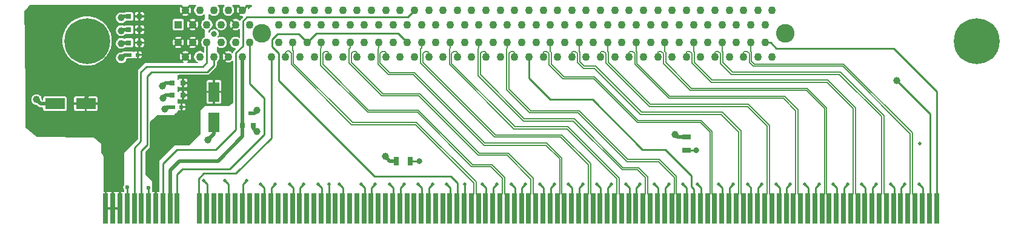
<source format=gbr>
G04 #@! TF.GenerationSoftware,KiCad,Pcbnew,(5.1.5)-3*
G04 #@! TF.CreationDate,2021-02-17T14:45:42+01:00*
G04 #@! TF.ProjectId,riser leopard 1OU,72697365-7220-46c6-956f-706172642031,rev?*
G04 #@! TF.SameCoordinates,PX4a62f80PY5f5e100*
G04 #@! TF.FileFunction,Copper,L1,Top*
G04 #@! TF.FilePolarity,Positive*
%FSLAX46Y46*%
G04 Gerber Fmt 4.6, Leading zero omitted, Abs format (unit mm)*
G04 Created by KiCad (PCBNEW (5.1.5)-3) date 2021-02-17 14:45:42*
%MOMM*%
%LPD*%
G04 APERTURE LIST*
%ADD10C,0.600000*%
%ADD11C,2.600000*%
%ADD12R,1.100000X1.100000*%
%ADD13C,1.100000*%
%ADD14R,0.700000X1.300000*%
%ADD15R,1.300000X0.700000*%
%ADD16R,0.800000X0.750000*%
%ADD17R,0.600000X0.500000*%
%ADD18R,1.600000X2.800000*%
%ADD19R,2.800000X1.600000*%
%ADD20C,0.800000*%
%ADD21C,6.400000*%
%ADD22C,1.000000*%
%ADD23R,0.800000X4.200000*%
%ADD24C,0.500000*%
%ADD25C,0.250000*%
%ADD26C,0.500000*%
%ADD27C,0.152400*%
%ADD28C,0.127000*%
G04 APERTURE END LIST*
D10*
X3980000Y-18730000D03*
X3980000Y-17230000D03*
X3980000Y-15730000D03*
X3980000Y-14230000D03*
X-941500Y-10476000D03*
X5435700Y-7091100D03*
X4165700Y-7091100D03*
X5435700Y-8361100D03*
X4165700Y-8361100D03*
X5435700Y-9631100D03*
X4165700Y-9631100D03*
X5435700Y-10901100D03*
X4165700Y-10901100D03*
X5435700Y-12171100D03*
X4165700Y-12171100D03*
D11*
X24400000Y1040000D03*
X97550000Y1040000D03*
D12*
X12750000Y2290000D03*
D13*
X13750000Y4290000D03*
X14750000Y2290000D03*
X15750000Y4290000D03*
X16750000Y2290000D03*
X17750000Y4290000D03*
X18750000Y2290000D03*
X19750000Y4290000D03*
X20750000Y2290000D03*
X21750000Y4290000D03*
X22750000Y2290000D03*
X25750000Y4290000D03*
X26750000Y2290000D03*
X27750000Y4290000D03*
X28750000Y2290000D03*
X29750000Y4290000D03*
X30750000Y2290000D03*
X31750000Y4290000D03*
X32750000Y2290000D03*
X33750000Y4290000D03*
X34750000Y2290000D03*
X35750000Y4290000D03*
X36750000Y2290000D03*
X37750000Y4290000D03*
X38750000Y2290000D03*
X39750000Y4290000D03*
X40750000Y2290000D03*
X41750000Y4290000D03*
X42750000Y2290000D03*
X43750000Y4290000D03*
X44750000Y2290000D03*
X45750000Y4290000D03*
X46750000Y2290000D03*
X47750000Y4290000D03*
X48750000Y2290000D03*
X49750000Y4290000D03*
X50750000Y2290000D03*
X51750000Y4290000D03*
X52750000Y2290000D03*
X53750000Y4290000D03*
X54750000Y2290000D03*
X55750000Y4290000D03*
X56750000Y2290000D03*
X57750000Y4290000D03*
X58750000Y2290000D03*
X59750000Y4290000D03*
X60750000Y2290000D03*
X61750000Y4290000D03*
X62750000Y2290000D03*
X63750000Y4290000D03*
X64750000Y2290000D03*
X65750000Y4290000D03*
X66750000Y2290000D03*
X67750000Y4290000D03*
X68750000Y2290000D03*
X69750000Y4290000D03*
X70750000Y2290000D03*
X71750000Y4290000D03*
X72750000Y2290000D03*
X73750000Y4290000D03*
X74750000Y2290000D03*
X75750000Y4290000D03*
X76750000Y2290000D03*
X77750000Y4290000D03*
X78750000Y2290000D03*
X79750000Y4290000D03*
X80750000Y2290000D03*
X81750000Y4290000D03*
X82750000Y2290000D03*
X83750000Y4290000D03*
X84750000Y2290000D03*
X85750000Y4290000D03*
X86750000Y2290000D03*
X87750000Y4290000D03*
X88750000Y2290000D03*
X89750000Y4290000D03*
X90750000Y2290000D03*
X91750000Y4290000D03*
X92750000Y2290000D03*
X93750000Y4290000D03*
X94750000Y2290000D03*
X12750000Y-210000D03*
X13750000Y-2210000D03*
X14750000Y-210000D03*
X15750000Y-2210000D03*
X16750000Y-210000D03*
X17750000Y-2210000D03*
X18750000Y-210000D03*
X19750000Y-2210000D03*
X20750000Y-210000D03*
X21750000Y-2210000D03*
X22750000Y-210000D03*
X25750000Y-2210000D03*
X26750000Y-210000D03*
X27750000Y-2210000D03*
X28750000Y-210000D03*
X29750000Y-2210000D03*
X30750000Y-210000D03*
X31750000Y-2210000D03*
X32750000Y-210000D03*
X33750000Y-2210000D03*
X34750000Y-210000D03*
X35750000Y-2210000D03*
X36750000Y-210000D03*
X37750000Y-2210000D03*
X38750000Y-210000D03*
X39750000Y-2210000D03*
X40750000Y-210000D03*
X41750000Y-2210000D03*
X42750000Y-210000D03*
X43750000Y-2210000D03*
X44750000Y-210000D03*
X46750000Y-210000D03*
X47750000Y-2210000D03*
X48750000Y-210000D03*
X49750000Y-2210000D03*
X50750000Y-210000D03*
X51750000Y-2210000D03*
X52750000Y-210000D03*
X53750000Y-2210000D03*
X54750000Y-210000D03*
X55750000Y-2210000D03*
X56750000Y-210000D03*
X57750000Y-2210000D03*
X58750000Y-210000D03*
X59750000Y-2210000D03*
X60750000Y-210000D03*
X61750000Y-2210000D03*
X62750000Y-210000D03*
X63750000Y-2210000D03*
X64750000Y-210000D03*
X65750000Y-2210000D03*
X66750000Y-210000D03*
X67750000Y-2210000D03*
X68750000Y-210000D03*
X69750000Y-2210000D03*
X70750000Y-210000D03*
X71750000Y-2210000D03*
X72750000Y-210000D03*
X73750000Y-2210000D03*
X74750000Y-210000D03*
X75750000Y-2210000D03*
X76750000Y-210000D03*
X77750000Y-2210000D03*
X78750000Y-210000D03*
X79750000Y-2210000D03*
X80750000Y-210000D03*
X81750000Y-2210000D03*
X82750000Y-210000D03*
X83750000Y-2210000D03*
X84750000Y-210000D03*
X85750000Y-2210000D03*
X86750000Y-210000D03*
X87750000Y-2210000D03*
X88750000Y-210000D03*
X89750000Y-2210000D03*
X90750000Y-210000D03*
X91750000Y-2210000D03*
X92750000Y-210000D03*
X93750000Y-2210000D03*
X94750000Y-210000D03*
X45750000Y-2210000D03*
X95750000Y4290000D03*
X95750000Y-2210000D03*
D14*
X45150420Y-16789600D03*
X43250420Y-16789600D03*
D15*
X83787840Y-13408880D03*
X83787840Y-15308880D03*
D16*
X13399300Y-5874900D03*
X11899300Y-5874900D03*
X11899300Y-7589400D03*
X13399300Y-7589400D03*
D17*
X13199300Y-9227700D03*
X12099300Y-9227700D03*
D16*
X21745100Y-11763000D03*
X23245100Y-11763000D03*
D17*
X22841900Y-10086600D03*
X21741900Y-10086600D03*
D16*
X7334280Y1583932D03*
X5834280Y1583932D03*
X5821580Y-254254D03*
X7321580Y-254254D03*
D17*
X5998720Y-1947440D03*
X7098720Y-1947440D03*
D18*
X17749600Y-7115400D03*
X17749600Y-11415400D03*
D19*
X-4468720Y-8775960D03*
X-168720Y-8775960D03*
D20*
X125997056Y1697056D03*
X124300000Y2400000D03*
X122602944Y1697056D03*
X121900000Y0D03*
X122602944Y-1697056D03*
X124300000Y-2400000D03*
X125997056Y-1697056D03*
X126700000Y0D03*
D21*
X124300000Y0D03*
D16*
X7334280Y3422120D03*
X5834280Y3422120D03*
D22*
X113142620Y-5534920D03*
D23*
X60700000Y-23418600D03*
X63700000Y-23418600D03*
X71700000Y-23418600D03*
X83700000Y-23418600D03*
X72700000Y-23418600D03*
X75700000Y-23418600D03*
X59700000Y-23418600D03*
X66700000Y-23418600D03*
X77700000Y-23418600D03*
X79700000Y-23418600D03*
X67700000Y-23418600D03*
X61700000Y-23418600D03*
X73700000Y-23418600D03*
X80700000Y-23418600D03*
X81700000Y-23418600D03*
X70700000Y-23418600D03*
X76700000Y-23418600D03*
X69700000Y-23418600D03*
X65700000Y-23418600D03*
X62700000Y-23418600D03*
X68700000Y-23418600D03*
X85700000Y-23418600D03*
X84700000Y-23418600D03*
X74700000Y-23418600D03*
X64700000Y-23418600D03*
X78700000Y-23418600D03*
X82700000Y-23418600D03*
X58700000Y-23418600D03*
X50700000Y-23418600D03*
X44700000Y-23418600D03*
X46700000Y-23418600D03*
X42700000Y-23418600D03*
X36700000Y-23418600D03*
X34700000Y-23418600D03*
X26700000Y-23418600D03*
X41700000Y-23418600D03*
X32700000Y-23418600D03*
X28700000Y-23418600D03*
X40700000Y-23418600D03*
X30700000Y-23418600D03*
X27700000Y-23418600D03*
X38700000Y-23418600D03*
X57700000Y-23418600D03*
X56700000Y-23418600D03*
X55700000Y-23418600D03*
X54700000Y-23418600D03*
X45700000Y-23418600D03*
X43700000Y-23418600D03*
X37700000Y-23418600D03*
X35700000Y-23418600D03*
X52700000Y-23418600D03*
X53700000Y-23418600D03*
X31700000Y-23418600D03*
X47700000Y-23418600D03*
X39700000Y-23418600D03*
X29700000Y-23418600D03*
X51700000Y-23418600D03*
X33700000Y-23418600D03*
X49700000Y-23418600D03*
X48700000Y-23418600D03*
X15700000Y-23418600D03*
X2600000Y-23418600D03*
X22700000Y-23418600D03*
X21700000Y-23418600D03*
X20700000Y-23418600D03*
X19700000Y-23418600D03*
X17700000Y-23418600D03*
X16700000Y-23418600D03*
X25700000Y-23418600D03*
X24700000Y-23418600D03*
X18700000Y-23418600D03*
X23700000Y-23418600D03*
X7600000Y-23418600D03*
X10600000Y-23418600D03*
X9600000Y-23418600D03*
X5600000Y-23418600D03*
X8600000Y-23418600D03*
X6600000Y-23418600D03*
X11600000Y-23418600D03*
X12600000Y-23418600D03*
X3600000Y-23418600D03*
X4600000Y-23418600D03*
X86700000Y-23418600D03*
X87700000Y-23418600D03*
X88700000Y-23418600D03*
X89700000Y-23418600D03*
X90700000Y-23418600D03*
X91700000Y-23418600D03*
X92700000Y-23418600D03*
X93700000Y-23418600D03*
X94700000Y-23418600D03*
X95700000Y-23418600D03*
X96700000Y-23418600D03*
X97700000Y-23418600D03*
X98700000Y-23418600D03*
X99700000Y-23418600D03*
X100700000Y-23418600D03*
X101700000Y-23418600D03*
X102700000Y-23418600D03*
X103700000Y-23418600D03*
X104700000Y-23418600D03*
X105700000Y-23418600D03*
X106700000Y-23418600D03*
X107700000Y-23418600D03*
X108700000Y-23418600D03*
X109700000Y-23418600D03*
X110700000Y-23418600D03*
X111700000Y-23418600D03*
X112700000Y-23418600D03*
X113700000Y-23418600D03*
X114700000Y-23418600D03*
X115700000Y-23418600D03*
X116700000Y-23418600D03*
X117700000Y-23418600D03*
X118700000Y-23418600D03*
D20*
X1697056Y1697056D03*
X0Y2400000D03*
X-1697056Y1697056D03*
X-2400000Y0D03*
X-1697056Y-1697056D03*
X0Y-2400000D03*
X1697056Y-1697056D03*
X2400000Y0D03*
D21*
X0Y0D03*
D10*
X8600000Y-20489200D03*
X5600000Y-20466600D03*
D24*
X24280000Y-20032200D03*
X22280000Y-19532200D03*
X19280000Y-19532200D03*
X16280000Y-19532200D03*
X26280000Y-20032200D03*
X28280000Y-20032200D03*
X30280000Y-20032200D03*
X32280000Y-20032200D03*
X35280000Y-20032200D03*
D22*
X-7061680Y-8200160D03*
X10503760Y-6296920D03*
X10585040Y-7953000D03*
X10844120Y-9522720D03*
X23782880Y-9690360D03*
X23711760Y-12692640D03*
X16914720Y-13795000D03*
D24*
X116383660Y-14310620D03*
D22*
X82159700Y-13033000D03*
D24*
X38280000Y-20032200D03*
X40280000Y-20032200D03*
X44280000Y-20032200D03*
X48280000Y-20032200D03*
X52780000Y-20032200D03*
X42280000Y-20032200D03*
X46280000Y-20032200D03*
X50280000Y-20032200D03*
X55280000Y-20032200D03*
X57280000Y-20032200D03*
X59280000Y-20032200D03*
X61280000Y-20032200D03*
X63280000Y-20032200D03*
X65280000Y-20032200D03*
X67280000Y-20032200D03*
X69280000Y-20032200D03*
X71280000Y-20032200D03*
X73280000Y-20032200D03*
X75280000Y-20032200D03*
X77280000Y-20032200D03*
X79280000Y-20032200D03*
X81280000Y-20032200D03*
X83280000Y-20032200D03*
X85280000Y-20032200D03*
X88280000Y-20032200D03*
X90280000Y-20032200D03*
X92280000Y-20032200D03*
X94280000Y-20032200D03*
X96280000Y-20032200D03*
X98280000Y-20032200D03*
X100280000Y-20032200D03*
X102280000Y-20032200D03*
X104280000Y-20032200D03*
X106280000Y-20032200D03*
X108280000Y-20032200D03*
X110280000Y-20032200D03*
X112280000Y-20032200D03*
X114280000Y-20032200D03*
D22*
X41690900Y-16157140D03*
D24*
X33780000Y-20032200D03*
D22*
X4780000Y3245000D03*
X4780000Y1445000D03*
X4780000Y-355000D03*
X4780000Y-2355000D03*
D24*
X116280000Y-20032200D03*
D22*
X548160Y-7179080D03*
D20*
X46420380Y-16789600D03*
X17770000Y1010000D03*
X85101020Y-15311380D03*
D25*
X5600000Y-23418600D02*
X5600000Y-20466600D01*
X8601300Y-23417300D02*
X8600000Y-23418600D01*
X8601300Y-20487900D02*
X8601300Y-23417300D01*
X19780000Y-20032200D02*
X19280000Y-19532200D01*
X19780000Y-23418600D02*
X19780000Y-20532200D01*
X21780000Y-20032200D02*
X22280000Y-19532200D01*
X21780000Y-23418600D02*
X21780000Y-20532200D01*
X16780000Y-20032200D02*
X16280000Y-19532200D01*
X16780000Y-23418600D02*
X16780000Y-20532200D01*
X24780000Y-20532200D02*
X24280000Y-20032200D01*
X25780000Y-20532200D02*
X26280000Y-20032200D01*
X28780000Y-20532200D02*
X28280000Y-20032200D01*
X29780000Y-20532200D02*
X30280000Y-20032200D01*
X32780000Y-20532200D02*
X32280000Y-20032200D01*
X35780000Y-20532200D02*
X35280000Y-20032200D01*
X16780000Y-20032200D02*
X16780000Y-20532200D01*
X19780000Y-20032200D02*
X19780000Y-20532200D01*
X21780000Y-20032200D02*
X21780000Y-20532200D01*
D26*
X-4468720Y-8775960D02*
X-6485880Y-8775960D01*
X-6485880Y-8775960D02*
X-7061680Y-8200160D01*
X11899300Y-5874900D02*
X10925780Y-5874900D01*
X10925780Y-5874900D02*
X10503760Y-6296920D01*
X11899300Y-7589400D02*
X10948640Y-7589400D01*
X10948640Y-7589400D02*
X10585040Y-7953000D01*
X12099300Y-9227700D02*
X11139140Y-9227700D01*
X11139140Y-9227700D02*
X10844120Y-9522720D01*
X22841900Y-10086600D02*
X23386640Y-10086600D01*
X23386640Y-10086600D02*
X23782880Y-9690360D01*
X23245100Y-11763000D02*
X23245100Y-12225980D01*
X23245100Y-12225980D02*
X23711760Y-12692640D01*
X17749600Y-11415400D02*
X17749600Y-12960120D01*
X17749600Y-12960120D02*
X16914720Y-13795000D01*
X83787840Y-13408880D02*
X82535580Y-13408880D01*
X82535580Y-13408880D02*
X82159700Y-13033000D01*
D25*
X24780000Y-20532200D02*
X24780000Y-23418600D01*
X25780000Y-20532200D02*
X25780000Y-23418600D01*
X28780000Y-20532200D02*
X28780000Y-23418600D01*
X29780000Y-20532200D02*
X29780000Y-23418600D01*
X32780000Y-20532200D02*
X32780000Y-23418600D01*
X35780000Y-20532200D02*
X35780000Y-23418600D01*
X38780000Y-20532200D02*
X38280000Y-20032200D01*
X38780000Y-23418600D02*
X38780000Y-20532200D01*
X39780000Y-20532200D02*
X40280000Y-20032200D01*
X39780000Y-23418600D02*
X39780000Y-20532200D01*
X43780000Y-23418600D02*
X43780000Y-20532200D01*
X47780000Y-23418600D02*
X47780000Y-20532200D01*
X43780000Y-20532200D02*
X44280000Y-20032200D01*
X47780000Y-20532200D02*
X48280000Y-20032200D01*
X42780000Y-20532200D02*
X42280000Y-20032200D01*
X46780000Y-20532200D02*
X46280000Y-20032200D01*
X50780000Y-20532200D02*
X50280000Y-20032200D01*
X42780000Y-23418600D02*
X42780000Y-20532200D01*
X46780000Y-23418600D02*
X46780000Y-20532200D01*
X50780000Y-23418600D02*
X50780000Y-20532200D01*
X52780000Y-23418600D02*
X52780000Y-20532200D01*
X55780000Y-20532200D02*
X55280000Y-20032200D01*
X55780000Y-23418600D02*
X55780000Y-20532200D01*
X56780000Y-20532200D02*
X57280000Y-20032200D01*
X56780000Y-23418600D02*
X56780000Y-20532200D01*
X59780000Y-20532200D02*
X59280000Y-20032200D01*
X59780000Y-23418600D02*
X59780000Y-20532200D01*
X60780000Y-20532200D02*
X61280000Y-20032200D01*
X60780000Y-23418600D02*
X60780000Y-20532200D01*
X63780000Y-20532200D02*
X63280000Y-20032200D01*
X63780000Y-23418600D02*
X63780000Y-20532200D01*
X64780000Y-20532200D02*
X65280000Y-20032200D01*
X64780000Y-23418600D02*
X64780000Y-20532200D01*
X67780000Y-20532200D02*
X67280000Y-20032200D01*
X67780000Y-23418600D02*
X67780000Y-20532200D01*
X68780000Y-20532200D02*
X69280000Y-20032200D01*
X68780000Y-23418600D02*
X68780000Y-20532200D01*
X71780000Y-20532200D02*
X71280000Y-20032200D01*
X71780000Y-23418600D02*
X71780000Y-20532200D01*
X72780000Y-20532200D02*
X73280000Y-20032200D01*
X72780000Y-23418600D02*
X72780000Y-20532200D01*
X75780000Y-20532200D02*
X75280000Y-20032200D01*
X75780000Y-23418600D02*
X75780000Y-20532200D01*
X76780000Y-20532200D02*
X77280000Y-20032200D01*
X76780000Y-23418600D02*
X76780000Y-20532200D01*
X79780000Y-20532200D02*
X79280000Y-20032200D01*
X79780000Y-23418600D02*
X79780000Y-20532200D01*
X80780000Y-20532200D02*
X81280000Y-20032200D01*
X80780000Y-23418600D02*
X80780000Y-20532200D01*
X83780000Y-20532200D02*
X83280000Y-20032200D01*
X83780000Y-23418600D02*
X83780000Y-20532200D01*
X85780000Y-20532200D02*
X85280000Y-20032200D01*
X85780000Y-23418600D02*
X85780000Y-20532200D01*
X93780000Y-20532200D02*
X94280000Y-20032200D01*
X93780000Y-23418600D02*
X93780000Y-20532200D01*
X92780000Y-20532200D02*
X92280000Y-20032200D01*
X92780000Y-23418600D02*
X92780000Y-20532200D01*
X89780000Y-20532200D02*
X90280000Y-20032200D01*
X89780000Y-23418600D02*
X89780000Y-20532200D01*
X88780000Y-20532200D02*
X88280000Y-20032200D01*
X88780000Y-23418600D02*
X88780000Y-20532200D01*
X96780000Y-20532200D02*
X96280000Y-20032200D01*
X96780000Y-23418600D02*
X96780000Y-20532200D01*
X97780000Y-20532200D02*
X98280000Y-20032200D01*
X97780000Y-23418600D02*
X97780000Y-20532200D01*
X100780000Y-20532200D02*
X100280000Y-20032200D01*
X100780000Y-23418600D02*
X100780000Y-20532200D01*
X101780000Y-20532200D02*
X102280000Y-20032200D01*
X101780000Y-23418600D02*
X101780000Y-20532200D01*
X104780000Y-20532200D02*
X104280000Y-20032200D01*
X104780000Y-23418600D02*
X104780000Y-20532200D01*
X105780000Y-20532200D02*
X106280000Y-20032200D01*
X105780000Y-23418600D02*
X105780000Y-20532200D01*
X108780000Y-20532200D02*
X108280000Y-20032200D01*
X108780000Y-23418600D02*
X108780000Y-20532200D01*
X109780000Y-20532200D02*
X110280000Y-20032200D01*
X109780000Y-23418600D02*
X109780000Y-20532200D01*
X112780000Y-20532200D02*
X112280000Y-20032200D01*
X112780000Y-23418600D02*
X112780000Y-20532200D01*
X113780000Y-20532200D02*
X114280000Y-20032200D01*
X113780000Y-23418600D02*
X113780000Y-20532200D01*
X52780000Y-20532200D02*
X52780000Y-20032200D01*
D26*
X43250420Y-16789600D02*
X42323360Y-16789600D01*
X42323360Y-16789600D02*
X41690900Y-16157140D01*
D25*
X33780000Y-23418600D02*
X33780000Y-20532200D01*
X33780000Y-20532200D02*
X33780000Y-20032200D01*
D26*
X5834280Y3422120D02*
X4957120Y3422120D01*
X4957120Y3422120D02*
X4780000Y3245000D01*
X5834280Y1583932D02*
X4918932Y1583932D01*
X4918932Y1583932D02*
X4780000Y1445000D01*
X5821580Y-254254D02*
X4880746Y-254254D01*
X4880746Y-254254D02*
X4780000Y-355000D01*
X5998720Y-1947440D02*
X5187560Y-1947440D01*
X5187560Y-1947440D02*
X4780000Y-2355000D01*
D25*
X116780000Y-23418600D02*
X116780000Y-20532200D01*
X116780000Y-20532200D02*
X116280000Y-20032200D01*
D27*
X41750000Y-1634980D02*
X41750000Y-2210000D01*
X41241840Y-1451940D02*
X41566960Y-1451940D01*
X40944660Y-1749120D02*
X41241840Y-1451940D01*
X41566960Y-1451940D02*
X41750000Y-1634980D01*
X66352400Y-16366872D02*
X64243128Y-14257600D01*
X66352400Y-21371000D02*
X66352400Y-16366872D01*
X66700000Y-21718600D02*
X66352400Y-21371000D01*
X66700000Y-23418600D02*
X66700000Y-21718600D01*
X64243128Y-14257600D02*
X55593128Y-14257600D01*
X55593128Y-14257600D02*
X45743128Y-4407600D01*
X45743128Y-4407600D02*
X42243128Y-4407600D01*
X40944660Y-3109132D02*
X40944660Y-1749120D01*
X42243128Y-4407600D02*
X40944660Y-3109132D01*
X54637320Y-4842848D02*
X54637320Y-1100497D01*
X54637320Y-1100497D02*
X54750000Y-987817D01*
X67946872Y-11182400D02*
X60976872Y-11182400D01*
X74770892Y-18006420D02*
X67946872Y-11182400D01*
X78047600Y-19123848D02*
X76930172Y-18006420D01*
X77700000Y-23418600D02*
X77700000Y-21718600D01*
X77700000Y-21718600D02*
X78047600Y-21371000D01*
X78047600Y-21371000D02*
X78047600Y-19123848D01*
X54750000Y-987817D02*
X54750000Y-210000D01*
X60976872Y-11182400D02*
X54637320Y-4842848D01*
X76930172Y-18006420D02*
X74770892Y-18006420D01*
X41216872Y-7692400D02*
X36637320Y-3112848D01*
X46356872Y-7692400D02*
X41216872Y-7692400D01*
X58716872Y-15982400D02*
X54646872Y-15982400D01*
X54646872Y-15982400D02*
X46356872Y-7692400D01*
X62047600Y-19313128D02*
X58716872Y-15982400D01*
X61700000Y-23418600D02*
X61700000Y-21718600D01*
X36637320Y-3112848D02*
X36637320Y-1100497D01*
X36637320Y-1100497D02*
X36750000Y-987817D01*
X36750000Y-987817D02*
X36750000Y-210000D01*
X62047600Y-21371000D02*
X62047600Y-19313128D01*
X61700000Y-21718600D02*
X62047600Y-21371000D01*
X50750000Y-987817D02*
X50750000Y-210000D01*
X50637320Y-1100497D02*
X50750000Y-987817D01*
X73700000Y-23418600D02*
X73700000Y-21718600D01*
X73700000Y-21718600D02*
X74047600Y-21371000D01*
X74047600Y-21371000D02*
X74047600Y-19276748D01*
X74047600Y-19276748D02*
X67083252Y-12312400D01*
X67083252Y-12312400D02*
X59676872Y-12312400D01*
X59676872Y-12312400D02*
X50637320Y-3272848D01*
X50637320Y-3272848D02*
X50637320Y-1100497D01*
X61872512Y-10052400D02*
X58637320Y-6817208D01*
X79863872Y-16868500D02*
X75439192Y-16868500D01*
X81700000Y-21718600D02*
X82047600Y-21371000D01*
X75439192Y-16868500D02*
X68623092Y-10052400D01*
X58637320Y-6817208D02*
X58637320Y-1100497D01*
X82047600Y-19052228D02*
X79863872Y-16868500D01*
X81700000Y-23418600D02*
X81700000Y-21718600D01*
X58750000Y-987817D02*
X58750000Y-210000D01*
X68623092Y-10052400D02*
X61872512Y-10052400D01*
X82047600Y-21371000D02*
X82047600Y-19052228D01*
X58637320Y-1100497D02*
X58750000Y-987817D01*
X47750000Y-1634980D02*
X47566960Y-1451940D01*
X47750000Y-2210000D02*
X47750000Y-1634980D01*
X47566960Y-1451940D02*
X47241840Y-1451940D01*
X47241840Y-1451940D02*
X46944660Y-1749120D01*
X70352400Y-17166872D02*
X66313128Y-13127600D01*
X70352400Y-21371000D02*
X70352400Y-17166872D01*
X70700000Y-21718600D02*
X70352400Y-21371000D01*
X70700000Y-23418600D02*
X70700000Y-21718600D01*
X66313128Y-13127600D02*
X57093128Y-13127600D01*
X57093128Y-13127600D02*
X46944660Y-2979132D01*
X46944660Y-2979132D02*
X46944660Y-1749120D01*
X46750000Y-987817D02*
X46750000Y-210000D01*
X46637320Y-1100497D02*
X46750000Y-987817D01*
X69700000Y-23418600D02*
X69700000Y-21718600D01*
X70047600Y-17293128D02*
X66186872Y-13432400D01*
X70047600Y-21371000D02*
X70047600Y-17293128D01*
X69700000Y-21718600D02*
X70047600Y-21371000D01*
X66186872Y-13432400D02*
X56966872Y-13432400D01*
X56966872Y-13432400D02*
X46637320Y-3102848D01*
X46637320Y-3102848D02*
X46637320Y-1100497D01*
X40750000Y-987817D02*
X40750000Y-210000D01*
X40637320Y-1100497D02*
X40750000Y-987817D01*
X66047600Y-16493128D02*
X64116872Y-14562400D01*
X65700000Y-21718600D02*
X66047600Y-21371000D01*
X66047600Y-21371000D02*
X66047600Y-16493128D01*
X65700000Y-23418600D02*
X65700000Y-21718600D01*
X64116872Y-14562400D02*
X55466872Y-14562400D01*
X55466872Y-14562400D02*
X45616872Y-4712400D01*
X45616872Y-4712400D02*
X42116872Y-4712400D01*
X42116872Y-4712400D02*
X40637320Y-3232848D01*
X40637320Y-3232848D02*
X40637320Y-1100497D01*
X46483128Y-7387600D02*
X41343128Y-7387600D01*
X37750000Y-1634980D02*
X37750000Y-2210000D01*
X62352400Y-19186872D02*
X58843128Y-15677600D01*
X37241840Y-1451940D02*
X37566960Y-1451940D01*
X62700000Y-23418600D02*
X62700000Y-21718600D01*
X37566960Y-1451940D02*
X37750000Y-1634980D01*
X62352400Y-21371000D02*
X62352400Y-19186872D01*
X62700000Y-21718600D02*
X62352400Y-21371000D01*
X54773128Y-15677600D02*
X46483128Y-7387600D01*
X58843128Y-15677600D02*
X54773128Y-15677600D01*
X41343128Y-7387600D02*
X36944660Y-2989132D01*
X36944660Y-2989132D02*
X36944660Y-1749120D01*
X36944660Y-1749120D02*
X37241840Y-1451940D01*
X51750000Y-2210000D02*
X51750000Y-1634980D01*
X51566960Y-1451940D02*
X51241840Y-1451940D01*
X51750000Y-1634980D02*
X51566960Y-1451940D01*
X51241840Y-1451940D02*
X50944660Y-1749120D01*
X74700000Y-23418600D02*
X74700000Y-21718600D01*
X74700000Y-21718600D02*
X74352400Y-21371000D01*
X74352400Y-21371000D02*
X74352400Y-19150212D01*
X74352400Y-19150212D02*
X67209788Y-12007600D01*
X67209788Y-12007600D02*
X59803128Y-12007600D01*
X50944660Y-3149132D02*
X50944660Y-1749120D01*
X59803128Y-12007600D02*
X50944660Y-3149132D01*
X77056508Y-17701420D02*
X74896948Y-17701420D01*
X55750000Y-1634980D02*
X55750000Y-2210000D01*
X54944660Y-4719132D02*
X54944660Y-1749120D01*
X78700000Y-21718600D02*
X78352400Y-21371000D01*
X78352400Y-21371000D02*
X78352400Y-18997312D01*
X78700000Y-23418600D02*
X78700000Y-21718600D01*
X78352400Y-18997312D02*
X77056508Y-17701420D01*
X74896948Y-17701420D02*
X68073128Y-10877600D01*
X68073128Y-10877600D02*
X61103128Y-10877600D01*
X55566960Y-1451940D02*
X55750000Y-1634980D01*
X61103128Y-10877600D02*
X54944660Y-4719132D01*
X54944660Y-1749120D02*
X55241840Y-1451940D01*
X55241840Y-1451940D02*
X55566960Y-1451940D01*
X59750000Y-1634980D02*
X59750000Y-2210000D01*
X82700000Y-21718600D02*
X82352400Y-21371000D01*
X68749628Y-9747600D02*
X61999048Y-9747600D01*
X58944660Y-6693212D02*
X58944660Y-1749120D01*
X61999048Y-9747600D02*
X58944660Y-6693212D01*
X82352400Y-21371000D02*
X82352400Y-18925692D01*
X82352400Y-18925692D02*
X79990208Y-16563500D01*
X59566960Y-1451940D02*
X59750000Y-1634980D01*
X82700000Y-23418600D02*
X82700000Y-21718600D01*
X79990208Y-16563500D02*
X75565528Y-16563500D01*
X75565528Y-16563500D02*
X68749628Y-9747600D01*
X58944660Y-1749120D02*
X59241840Y-1451940D01*
X59241840Y-1451940D02*
X59566960Y-1451940D01*
X33750000Y-1634980D02*
X33750000Y-2210000D01*
X33566960Y-1451940D02*
X33750000Y-1634980D01*
X33241840Y-1451940D02*
X33566960Y-1451940D01*
X32944660Y-1749120D02*
X33241840Y-1451940D01*
X58700000Y-21718600D02*
X58352400Y-21371000D01*
X58700000Y-23418600D02*
X58700000Y-21718600D01*
X58352400Y-21371000D02*
X58352400Y-19056872D01*
X58352400Y-19056872D02*
X56563128Y-17267600D01*
X56563128Y-17267600D02*
X53853128Y-17267600D01*
X53853128Y-17267600D02*
X46263128Y-9677600D01*
X46263128Y-9677600D02*
X39353128Y-9677600D01*
X32944660Y-3269132D02*
X32944660Y-1749120D01*
X39353128Y-9677600D02*
X32944660Y-3269132D01*
X32750000Y-987817D02*
X32750000Y-210000D01*
X32637320Y-1100497D02*
X32750000Y-987817D01*
X57700000Y-23418600D02*
X57700000Y-21718600D01*
X57700000Y-21718600D02*
X58047600Y-21371000D01*
X58047600Y-21371000D02*
X58047600Y-19183128D01*
X58047600Y-19183128D02*
X56436872Y-17572400D01*
X56436872Y-17572400D02*
X53726872Y-17572400D01*
X53726872Y-17572400D02*
X46136872Y-9982400D01*
X46136872Y-9982400D02*
X39226872Y-9982400D01*
X39226872Y-9982400D02*
X32637320Y-3392848D01*
X32637320Y-3392848D02*
X32637320Y-1100497D01*
X28750000Y-1275560D02*
X28850000Y-1375560D01*
X28750000Y-210000D02*
X28750000Y-1275560D01*
X54700000Y-21718600D02*
X54352400Y-21371000D01*
X54700000Y-23418600D02*
X54700000Y-21718600D01*
X54352400Y-21371000D02*
X54352400Y-19706872D01*
X54352400Y-19706872D02*
X46043128Y-11397600D01*
X46043128Y-11397600D02*
X37093128Y-11397600D01*
X28850000Y-3154472D02*
X28850000Y-1375560D01*
X37093128Y-11397600D02*
X28850000Y-3154472D01*
X27750000Y-1617400D02*
X27750000Y-2210000D01*
X27951020Y-1403680D02*
X27750000Y-1617400D01*
X28260900Y-1403680D02*
X27951020Y-1403680D01*
X28545000Y-1687780D02*
X28260900Y-1403680D01*
X53700000Y-23418600D02*
X53700000Y-21718600D01*
X53700000Y-21718600D02*
X54047600Y-21371000D01*
X54047600Y-21371000D02*
X54047600Y-19833128D01*
X54047600Y-19833128D02*
X45916872Y-11702400D01*
X45916872Y-11702400D02*
X36966872Y-11702400D01*
X36966872Y-11702400D02*
X28545000Y-3280528D01*
X28545000Y-3280528D02*
X28545000Y-1687780D01*
D26*
X-168720Y-8775960D02*
X-168720Y-7895960D01*
X-168720Y-7895960D02*
X548160Y-7179080D01*
D25*
X20800700Y-18532100D02*
X25750000Y-13582800D01*
X16322900Y-18532100D02*
X20800700Y-18532100D01*
X15780000Y-21672200D02*
X15573600Y-21465800D01*
X15780000Y-23418600D02*
X15780000Y-21672200D01*
X15573600Y-19281400D02*
X16322900Y-18532100D01*
X15573600Y-21465800D02*
X15573600Y-19281400D01*
X25750000Y-13582800D02*
X25750000Y-2210000D01*
X46420380Y-16789600D02*
X45150420Y-16789600D01*
X17750000Y-3410000D02*
X17750000Y-2210000D01*
X7600000Y-23418600D02*
X7600000Y-15329700D01*
X16805750Y-4354250D02*
X17750000Y-3410000D01*
X8423500Y-14506200D02*
X8423500Y-4905000D01*
X7600000Y-15329700D02*
X8423500Y-14506200D01*
X8423500Y-4905000D02*
X8974250Y-4354250D01*
X8974250Y-4354250D02*
X16805750Y-4354250D01*
X12563700Y-15192000D02*
X10600000Y-17155700D01*
X18024700Y-15192000D02*
X12563700Y-15192000D01*
X20780600Y-12436100D02*
X18024700Y-15192000D01*
X20780600Y-1668300D02*
X20780600Y-12436100D01*
X10600000Y-17155700D02*
X10600000Y-23418600D01*
X21758500Y-690400D02*
X20780600Y-1668300D01*
X21758500Y2751300D02*
X21758500Y-690400D01*
X44791400Y3331400D02*
X45750000Y4290000D01*
X22338600Y3331400D02*
X44791400Y3331400D01*
X22338600Y3331400D02*
X21758500Y2751300D01*
X6600000Y-23418600D02*
X6600000Y-14932700D01*
X6600000Y-14932700D02*
X7509100Y-14023600D01*
X7509100Y-14023600D02*
X7509100Y-4333500D01*
X8291300Y-3551300D02*
X16168700Y-3551300D01*
X7509100Y-4333500D02*
X8291300Y-3551300D01*
X16750000Y-2970000D02*
X16750000Y-210000D01*
X16168700Y-3551300D02*
X16750000Y-2970000D01*
D26*
X11600000Y-23418600D02*
X11600000Y-18111500D01*
X11600000Y-18111500D02*
X12944700Y-16766800D01*
X12944700Y-16766800D02*
X18342200Y-16766800D01*
X18342200Y-16766800D02*
X21750000Y-13359000D01*
X21750000Y-11767900D02*
X21745100Y-11763000D01*
X21750000Y-13359000D02*
X21750000Y-11767900D01*
X21745100Y-10089800D02*
X21741900Y-10086600D01*
X21745100Y-11763000D02*
X21745100Y-10089800D01*
X21750000Y-10078500D02*
X21741900Y-10086600D01*
X21750000Y-2210000D02*
X21750000Y-10078500D01*
D25*
X24743000Y-13096500D02*
X24743000Y-7953000D01*
X24743000Y-7953000D02*
X22750000Y-5960000D01*
X19955100Y-17884400D02*
X24743000Y-13096500D01*
X13351100Y-17884400D02*
X19955100Y-17884400D01*
X12600000Y-18635500D02*
X13351100Y-17884400D01*
X12600000Y-23418600D02*
X12600000Y-18635500D01*
X22750000Y-5960000D02*
X22750000Y-210000D01*
D27*
X64545000Y-1769640D02*
X64208250Y-1432890D01*
X64208250Y-1432890D02*
X63885670Y-1432890D01*
X63885670Y-1432890D02*
X63750000Y-1568560D01*
X63750000Y-1568560D02*
X63750000Y-2210000D01*
X86700000Y-23418600D02*
X86700000Y-21718600D01*
X86700000Y-21718600D02*
X87047600Y-21371000D01*
X87047600Y-21371000D02*
X87047600Y-12743128D01*
X87047600Y-12743128D02*
X85706872Y-11402400D01*
X85706872Y-11402400D02*
X76886872Y-11402400D01*
X76886872Y-11402400D02*
X70806872Y-5322400D01*
X70806872Y-5322400D02*
X66516872Y-5322400D01*
X66516872Y-5322400D02*
X64545000Y-3350528D01*
X64545000Y-3350528D02*
X64545000Y-1769640D01*
X64750000Y-1456480D02*
X64750000Y-210000D01*
X64850000Y-1556480D02*
X64750000Y-1456480D01*
X87352400Y-12616872D02*
X85833128Y-11097600D01*
X87352400Y-21371000D02*
X87352400Y-12616872D01*
X87700000Y-21718600D02*
X87352400Y-21371000D01*
X87700000Y-23418600D02*
X87700000Y-21718600D01*
X85833128Y-11097600D02*
X77013128Y-11097600D01*
X77013128Y-11097600D02*
X70933128Y-5017600D01*
X70933128Y-5017600D02*
X66643128Y-5017600D01*
X66643128Y-5017600D02*
X64850000Y-3224472D01*
X64850000Y-3224472D02*
X64850000Y-1556480D01*
X67885670Y-1432890D02*
X67750000Y-1568560D01*
X68545000Y-1769640D02*
X68208250Y-1432890D01*
X68208250Y-1432890D02*
X67885670Y-1432890D01*
X67750000Y-1568560D02*
X67750000Y-2210000D01*
X91047600Y-12703128D02*
X88616872Y-10272400D01*
X90700000Y-21718600D02*
X91047600Y-21371000D01*
X90700000Y-23418600D02*
X90700000Y-21718600D01*
X91047600Y-21371000D02*
X91047600Y-12703128D01*
X88616872Y-10272400D02*
X77366872Y-10272400D01*
X77366872Y-10272400D02*
X70926872Y-3832400D01*
X70926872Y-3832400D02*
X69366872Y-3832400D01*
X69366872Y-3832400D02*
X68545000Y-3010528D01*
X68545000Y-3010528D02*
X68545000Y-1769640D01*
X68750000Y-1456480D02*
X68750000Y-210000D01*
X68850000Y-1556480D02*
X68750000Y-1456480D01*
X91352400Y-12576872D02*
X88743128Y-9967600D01*
X91352400Y-21371000D02*
X91352400Y-12576872D01*
X91700000Y-21718600D02*
X91352400Y-21371000D01*
X91700000Y-23418600D02*
X91700000Y-21718600D01*
X88743128Y-9967600D02*
X77493128Y-9967600D01*
X77493128Y-9967600D02*
X71053128Y-3527600D01*
X71053128Y-3527600D02*
X69493128Y-3527600D01*
X68850000Y-2884472D02*
X68850000Y-1556480D01*
X69493128Y-3527600D02*
X68850000Y-2884472D01*
X71750000Y-1568560D02*
X71750000Y-2210000D01*
X71885670Y-1432890D02*
X71750000Y-1568560D01*
X72545000Y-1769640D02*
X72208250Y-1432890D01*
X72208250Y-1432890D02*
X71885670Y-1432890D01*
X95047600Y-11903128D02*
X92296872Y-9152400D01*
X94700000Y-23418600D02*
X94700000Y-21718600D01*
X94700000Y-21718600D02*
X95047600Y-21371000D01*
X95047600Y-21371000D02*
X95047600Y-11903128D01*
X92296872Y-9152400D02*
X78586872Y-9152400D01*
X78586872Y-9152400D02*
X72545000Y-3110528D01*
X72545000Y-3110528D02*
X72545000Y-1769640D01*
X72850000Y-1556480D02*
X72750000Y-1456480D01*
X72750000Y-1456480D02*
X72750000Y-210000D01*
X95352400Y-11776872D02*
X92423128Y-8847600D01*
X95352400Y-21371000D02*
X95352400Y-11776872D01*
X95700000Y-21718600D02*
X95352400Y-21371000D01*
X95700000Y-23418600D02*
X95700000Y-21718600D01*
X92423128Y-8847600D02*
X78713128Y-8847600D01*
X72850000Y-2984472D02*
X72850000Y-1556480D01*
X78713128Y-8847600D02*
X72850000Y-2984472D01*
X75750000Y-1568560D02*
X75750000Y-2210000D01*
X76545000Y-1769640D02*
X76208250Y-1432890D01*
X75885670Y-1432890D02*
X75750000Y-1568560D01*
X76208250Y-1432890D02*
X75885670Y-1432890D01*
X99047600Y-9753128D02*
X97326872Y-8032400D01*
X98700000Y-23418600D02*
X98700000Y-21718600D01*
X99047600Y-21371000D02*
X99047600Y-9753128D01*
X98700000Y-21718600D02*
X99047600Y-21371000D01*
X97326872Y-8032400D02*
X81286872Y-8032400D01*
X81286872Y-8032400D02*
X76545000Y-3290528D01*
X76545000Y-3290528D02*
X76545000Y-1769640D01*
X76750000Y-1456480D02*
X76750000Y-210000D01*
X76850000Y-1556480D02*
X76750000Y-1456480D01*
X99352400Y-9626872D02*
X97453128Y-7727600D01*
X99352400Y-21371000D02*
X99352400Y-9626872D01*
X99700000Y-21718600D02*
X99352400Y-21371000D01*
X99700000Y-23418600D02*
X99700000Y-21718600D01*
X97453128Y-7727600D02*
X81413128Y-7727600D01*
X76850000Y-3164472D02*
X76850000Y-1556480D01*
X81413128Y-7727600D02*
X76850000Y-3164472D01*
X79750000Y-1568560D02*
X79750000Y-2210000D01*
X80545000Y-1769640D02*
X80208250Y-1432890D01*
X79885670Y-1432890D02*
X79750000Y-1568560D01*
X80208250Y-1432890D02*
X79885670Y-1432890D01*
X102700000Y-23418600D02*
X102700000Y-21718600D01*
X102700000Y-21718600D02*
X103047600Y-21371000D01*
X103047600Y-21371000D02*
X103047600Y-9453128D01*
X103047600Y-9453128D02*
X100496872Y-6902400D01*
X100496872Y-6902400D02*
X84316872Y-6902400D01*
X84316872Y-6902400D02*
X80545000Y-3130528D01*
X80545000Y-3130528D02*
X80545000Y-1769640D01*
X80850000Y-1556480D02*
X80750000Y-1456480D01*
X80750000Y-1456480D02*
X80750000Y-210000D01*
X103700000Y-21718600D02*
X103352400Y-21371000D01*
X103352400Y-9326872D02*
X100623128Y-6597600D01*
X103352400Y-21371000D02*
X103352400Y-9326872D01*
X103700000Y-23418600D02*
X103700000Y-21718600D01*
X100623128Y-6597600D02*
X84443128Y-6597600D01*
X80850000Y-3004472D02*
X80850000Y-1556480D01*
X84443128Y-6597600D02*
X80850000Y-3004472D01*
X83750000Y-1568560D02*
X83750000Y-2210000D01*
X83885670Y-1432890D02*
X83750000Y-1568560D01*
X84545000Y-1769640D02*
X84208250Y-1432890D01*
X84208250Y-1432890D02*
X83885670Y-1432890D01*
X106700000Y-23418600D02*
X106700000Y-21718600D01*
X107047600Y-21371000D02*
X107047600Y-9443128D01*
X106700000Y-21718600D02*
X107047600Y-21371000D01*
X107047600Y-9443128D02*
X103376872Y-5772400D01*
X103376872Y-5772400D02*
X87226872Y-5772400D01*
X87226872Y-5772400D02*
X84545000Y-3090528D01*
X84545000Y-3090528D02*
X84545000Y-1769640D01*
X84850000Y-1556480D02*
X84750000Y-1456480D01*
X84750000Y-1456480D02*
X84750000Y-210000D01*
X107352400Y-9316872D02*
X103503128Y-5467600D01*
X107700000Y-21718600D02*
X107352400Y-21371000D01*
X107700000Y-23418600D02*
X107700000Y-21718600D01*
X107352400Y-21371000D02*
X107352400Y-9316872D01*
X103503128Y-5467600D02*
X87353128Y-5467600D01*
X87353128Y-5467600D02*
X84850000Y-2964472D01*
X84850000Y-2964472D02*
X84850000Y-1556480D01*
X87750000Y-1568560D02*
X87750000Y-2210000D01*
X87885670Y-1432890D02*
X87750000Y-1568560D01*
X88208250Y-1432890D02*
X87885670Y-1432890D01*
X88545000Y-1769640D02*
X88208250Y-1432890D01*
X110700000Y-23418600D02*
X110700000Y-21718600D01*
X111047600Y-21371000D02*
X111047600Y-10573128D01*
X111047600Y-10573128D02*
X105126872Y-4652400D01*
X110700000Y-21718600D02*
X111047600Y-21371000D01*
X105126872Y-4652400D02*
X90036872Y-4652400D01*
X90036872Y-4652400D02*
X88545000Y-3160528D01*
X88545000Y-3160528D02*
X88545000Y-1769640D01*
X88850000Y-1556480D02*
X88750000Y-1456480D01*
X88750000Y-1456480D02*
X88750000Y-210000D01*
X111352400Y-21371000D02*
X111352400Y-10446872D01*
X111700000Y-21718600D02*
X111352400Y-21371000D01*
X111352400Y-10446872D02*
X105253128Y-4347600D01*
X111700000Y-23418600D02*
X111700000Y-21718600D01*
X105253128Y-4347600D02*
X90163128Y-4347600D01*
X88850000Y-3034472D02*
X88850000Y-1556480D01*
X90163128Y-4347600D02*
X88850000Y-3034472D01*
X91750000Y-1568560D02*
X91750000Y-2210000D01*
X91885670Y-1432890D02*
X91750000Y-1568560D01*
X92208250Y-1432890D02*
X91885670Y-1432890D01*
X92545000Y-1769640D02*
X92208250Y-1432890D01*
X115047600Y-21371000D02*
X115047600Y-12973128D01*
X114700000Y-23418600D02*
X114700000Y-21718600D01*
X114700000Y-21718600D02*
X115047600Y-21371000D01*
X115047600Y-12973128D02*
X105606872Y-3532400D01*
X105606872Y-3532400D02*
X93095072Y-3532400D01*
X93095072Y-3532400D02*
X92545000Y-2982328D01*
X92545000Y-1769640D02*
X92545000Y-2982328D01*
X92850000Y-1556480D02*
X92750000Y-1456480D01*
X92750000Y-1456480D02*
X92750000Y-210000D01*
X93221608Y-3227600D02*
X92850000Y-2855992D01*
X115700000Y-21718600D02*
X115352400Y-21371000D01*
X105733128Y-3227600D02*
X93221608Y-3227600D01*
X115352400Y-12846872D02*
X105733128Y-3227600D01*
X115700000Y-23418600D02*
X115700000Y-21718600D01*
X115352400Y-21371000D02*
X115352400Y-12846872D01*
X92850000Y-1556480D02*
X92850000Y-2855992D01*
D25*
X83790340Y-15311380D02*
X83787840Y-15308880D01*
X85101020Y-15311380D02*
X83790340Y-15311380D01*
X64717520Y-8199380D02*
X61750000Y-5231860D01*
X77626500Y-15180000D02*
X70645880Y-8199380D01*
X84780000Y-20667260D02*
X84435540Y-20322800D01*
X84780000Y-23418600D02*
X84780000Y-20667260D01*
X84435540Y-20322800D02*
X84435540Y-18805540D01*
X70645880Y-8199380D02*
X64717520Y-8199380D01*
X80810000Y-15180000D02*
X77626500Y-15180000D01*
X84435540Y-18805540D02*
X80810000Y-15180000D01*
X61750000Y-5231860D02*
X61750000Y-2210000D01*
X44750000Y-210000D02*
X43449860Y1090140D01*
X32050140Y1090140D02*
X30750000Y-210000D01*
X43449860Y1090140D02*
X32050140Y1090140D01*
X51780000Y-23418600D02*
X51780000Y-19879540D01*
X51780000Y-19879540D02*
X50838960Y-18938500D01*
X50838960Y-18938500D02*
X40206520Y-18938500D01*
X40206520Y-18938500D02*
X26790240Y-5522220D01*
X25874999Y210001D02*
X26608278Y943280D01*
X26790240Y-1726720D02*
X25874999Y-811479D01*
X25874999Y-811479D02*
X25874999Y210001D01*
X29596720Y943280D02*
X30750000Y-210000D01*
X26608278Y943280D02*
X29596720Y943280D01*
X26790240Y-5522220D02*
X26790240Y-1726720D01*
X117780000Y-10172300D02*
X113142620Y-5534920D01*
X117780000Y-23418600D02*
X117780000Y-10172300D01*
X95527817Y-210000D02*
X94750000Y-210000D01*
X112702980Y-1012980D02*
X96330797Y-1012980D01*
X96330797Y-1012980D02*
X95527817Y-210000D01*
X118780000Y-23418600D02*
X118780000Y-7090000D01*
X118780000Y-7090000D02*
X112702980Y-1012980D01*
D28*
G36*
X19076169Y4842999D02*
G01*
X18981232Y4700915D01*
X18915838Y4543040D01*
X18882500Y4375441D01*
X18882500Y4204559D01*
X18915838Y4036960D01*
X18981232Y3879085D01*
X19076169Y3737001D01*
X19197001Y3616169D01*
X19339085Y3521232D01*
X19496960Y3455838D01*
X19664559Y3422500D01*
X19835441Y3422500D01*
X20003040Y3455838D01*
X20160915Y3521232D01*
X20302999Y3616169D01*
X20423831Y3737001D01*
X20518768Y3879085D01*
X20584162Y4036960D01*
X20617500Y4204559D01*
X20617500Y4260681D01*
X20878797Y4260681D01*
X20901257Y4091282D01*
X20956333Y3929518D01*
X21009332Y3830363D01*
X21146645Y3776447D01*
X21660197Y4290000D01*
X21146645Y4803553D01*
X21009332Y4749637D01*
X20933893Y4596308D01*
X20889817Y4431208D01*
X20878797Y4260681D01*
X20617500Y4260681D01*
X20617500Y4375441D01*
X20584162Y4543040D01*
X20518768Y4700915D01*
X20423831Y4842999D01*
X20344330Y4922500D01*
X21247891Y4922500D01*
X21236447Y4893355D01*
X21750000Y4379803D01*
X22263553Y4893355D01*
X22252109Y4922500D01*
X22952300Y4922500D01*
X22952300Y4874902D01*
X22590456Y4513058D01*
X22543667Y4650482D01*
X22490668Y4749637D01*
X22353355Y4803553D01*
X21839803Y4290000D01*
X21853945Y4275858D01*
X21764142Y4186055D01*
X21750000Y4200197D01*
X21236447Y3686645D01*
X21290363Y3549332D01*
X21443692Y3473893D01*
X21608792Y3429817D01*
X21669600Y3425887D01*
X21669600Y3288189D01*
X21460981Y3079570D01*
X21444091Y3065709D01*
X21417967Y3033875D01*
X21388795Y2998329D01*
X21349615Y2925030D01*
X21348809Y2923522D01*
X21321263Y2951068D01*
X21263552Y2893357D01*
X21209637Y3030668D01*
X21056308Y3106107D01*
X20891208Y3150183D01*
X20720681Y3161203D01*
X20551282Y3138743D01*
X20389518Y3083667D01*
X20290363Y3030668D01*
X20236447Y2893355D01*
X20750000Y2379803D01*
X20764142Y2393945D01*
X20853945Y2304142D01*
X20839803Y2290000D01*
X20853945Y2275858D01*
X20764142Y2186055D01*
X20750000Y2200197D01*
X20236447Y1686645D01*
X20290363Y1549332D01*
X20443692Y1473893D01*
X20608792Y1429817D01*
X20779319Y1418797D01*
X20948718Y1441257D01*
X21110482Y1496333D01*
X21209637Y1549332D01*
X21263552Y1686643D01*
X21316000Y1634195D01*
X21316001Y450829D01*
X21302999Y463831D01*
X21160915Y558768D01*
X21003040Y624162D01*
X20835441Y657500D01*
X20664559Y657500D01*
X20496960Y624162D01*
X20339085Y558768D01*
X20197001Y463831D01*
X20076169Y342999D01*
X19981232Y200915D01*
X19915838Y43040D01*
X19882500Y-124559D01*
X19882500Y-295441D01*
X19915838Y-463040D01*
X19981232Y-620915D01*
X20076169Y-762999D01*
X20197001Y-883831D01*
X20339085Y-978768D01*
X20496960Y-1044162D01*
X20664559Y-1077500D01*
X20666300Y-1077500D01*
X20666300Y-1156811D01*
X20483081Y-1340030D01*
X20466191Y-1353891D01*
X20434489Y-1392521D01*
X20410895Y-1421271D01*
X20385206Y-1469332D01*
X20369805Y-1498144D01*
X20346687Y-1574356D01*
X20321263Y-1548932D01*
X20263552Y-1606643D01*
X20209637Y-1469332D01*
X20056308Y-1393893D01*
X19891208Y-1349817D01*
X19720681Y-1338797D01*
X19551282Y-1361257D01*
X19389518Y-1416333D01*
X19290363Y-1469332D01*
X19236447Y-1606645D01*
X19750000Y-2120197D01*
X19764142Y-2106055D01*
X19853945Y-2195858D01*
X19839803Y-2210000D01*
X19853945Y-2224142D01*
X19764142Y-2313945D01*
X19750000Y-2299803D01*
X19236447Y-2813355D01*
X19290363Y-2950668D01*
X19443692Y-3026107D01*
X19608792Y-3070183D01*
X19779319Y-3081203D01*
X19948718Y-3058743D01*
X20110482Y-3003667D01*
X20209637Y-2950668D01*
X20263552Y-2813357D01*
X20321263Y-2871068D01*
X20338100Y-2854231D01*
X20338101Y-8585097D01*
X19877998Y-9045200D01*
X16411800Y-9045200D01*
X16399412Y-9046420D01*
X16387500Y-9050034D01*
X16376521Y-9055902D01*
X16366899Y-9063799D01*
X15833499Y-9597199D01*
X15825602Y-9606821D01*
X15819734Y-9617800D01*
X15816120Y-9629712D01*
X15814900Y-9642100D01*
X15814900Y-12981298D01*
X14264598Y-14531600D01*
X12271600Y-14531600D01*
X12259212Y-14532820D01*
X12247300Y-14536434D01*
X12236321Y-14542302D01*
X12226699Y-14550199D01*
X10067699Y-16709199D01*
X10059802Y-16718821D01*
X10053934Y-16729800D01*
X10050320Y-16741712D01*
X10049100Y-16754100D01*
X10049100Y-21004400D01*
X10000000Y-20999564D01*
X9742875Y-21001100D01*
X9663500Y-21080475D01*
X9663500Y-23355100D01*
X9683500Y-23355100D01*
X9683500Y-23482100D01*
X9663500Y-23482100D01*
X9663500Y-23502100D01*
X9536500Y-23502100D01*
X9536500Y-23482100D01*
X9516500Y-23482100D01*
X9516500Y-23355100D01*
X9536500Y-23355100D01*
X9536500Y-21080475D01*
X9457125Y-21001100D01*
X9200000Y-20999564D01*
X9169895Y-21002529D01*
X9170484Y-20725535D01*
X9193770Y-20669318D01*
X9217500Y-20550018D01*
X9217500Y-20428382D01*
X9193770Y-20309082D01*
X9171485Y-20255280D01*
X9172800Y-19637135D01*
X9171606Y-19624744D01*
X9168018Y-19612824D01*
X9162173Y-19601834D01*
X9154201Y-19592099D01*
X8233000Y-18670898D01*
X8233000Y-15535802D01*
X8836701Y-14932101D01*
X8844598Y-14922479D01*
X8850466Y-14911500D01*
X8854080Y-14899588D01*
X8855300Y-14887200D01*
X8855300Y-14607111D01*
X8859597Y-14592945D01*
X8866000Y-14527937D01*
X8866000Y-14527934D01*
X8868141Y-14506200D01*
X8866000Y-14484466D01*
X8866000Y-11384902D01*
X9834102Y-10416800D01*
X12170000Y-10416800D01*
X12182388Y-10415580D01*
X12194300Y-10411966D01*
X12205279Y-10406098D01*
X12214901Y-10398201D01*
X12710201Y-9902901D01*
X12718098Y-9893279D01*
X12723966Y-9882300D01*
X12727580Y-9870388D01*
X12728800Y-9858000D01*
X12728800Y-9746575D01*
X12777210Y-9772451D01*
X12837059Y-9790606D01*
X12899300Y-9796736D01*
X13056425Y-9795200D01*
X13135800Y-9715825D01*
X13135800Y-9291200D01*
X13262800Y-9291200D01*
X13262800Y-9715825D01*
X13342175Y-9795200D01*
X13499300Y-9796736D01*
X13561541Y-9790606D01*
X13621390Y-9772451D01*
X13676547Y-9742969D01*
X13724893Y-9703293D01*
X13764569Y-9654947D01*
X13794051Y-9599790D01*
X13812206Y-9539941D01*
X13818336Y-9477700D01*
X13816800Y-9370575D01*
X13737425Y-9291200D01*
X13262800Y-9291200D01*
X13135800Y-9291200D01*
X13115800Y-9291200D01*
X13115800Y-9164200D01*
X13135800Y-9164200D01*
X13135800Y-8739575D01*
X13262800Y-8739575D01*
X13262800Y-9164200D01*
X13737425Y-9164200D01*
X13816800Y-9084825D01*
X13818336Y-8977700D01*
X13812206Y-8915459D01*
X13794051Y-8855610D01*
X13764569Y-8800453D01*
X13724893Y-8752107D01*
X13676547Y-8712431D01*
X13621390Y-8682949D01*
X13561541Y-8664794D01*
X13499300Y-8658664D01*
X13342175Y-8660200D01*
X13262800Y-8739575D01*
X13135800Y-8739575D01*
X13056425Y-8660200D01*
X12899300Y-8658664D01*
X12837059Y-8664794D01*
X12777210Y-8682949D01*
X12728800Y-8708825D01*
X12728800Y-8515400D01*
X16630564Y-8515400D01*
X16636694Y-8577641D01*
X16654849Y-8637490D01*
X16684331Y-8692647D01*
X16724007Y-8740993D01*
X16772353Y-8780669D01*
X16827510Y-8810151D01*
X16887359Y-8828306D01*
X16949600Y-8834436D01*
X17606725Y-8832900D01*
X17686100Y-8753525D01*
X17686100Y-7178900D01*
X17813100Y-7178900D01*
X17813100Y-8753525D01*
X17892475Y-8832900D01*
X18549600Y-8834436D01*
X18611841Y-8828306D01*
X18671690Y-8810151D01*
X18726847Y-8780669D01*
X18775193Y-8740993D01*
X18814869Y-8692647D01*
X18844351Y-8637490D01*
X18862506Y-8577641D01*
X18868636Y-8515400D01*
X18867100Y-7258275D01*
X18787725Y-7178900D01*
X17813100Y-7178900D01*
X17686100Y-7178900D01*
X16711475Y-7178900D01*
X16632100Y-7258275D01*
X16630564Y-8515400D01*
X12728800Y-8515400D01*
X12728800Y-8131860D01*
X12734031Y-8141647D01*
X12773707Y-8189993D01*
X12822053Y-8229669D01*
X12877210Y-8259151D01*
X12937059Y-8277306D01*
X12999300Y-8283436D01*
X13256425Y-8281900D01*
X13335800Y-8202525D01*
X13335800Y-7652900D01*
X13462800Y-7652900D01*
X13462800Y-8202525D01*
X13542175Y-8281900D01*
X13799300Y-8283436D01*
X13861541Y-8277306D01*
X13921390Y-8259151D01*
X13976547Y-8229669D01*
X14024893Y-8189993D01*
X14064569Y-8141647D01*
X14094051Y-8086490D01*
X14112206Y-8026641D01*
X14118336Y-7964400D01*
X14116800Y-7732275D01*
X14037425Y-7652900D01*
X13462800Y-7652900D01*
X13335800Y-7652900D01*
X13315800Y-7652900D01*
X13315800Y-7525900D01*
X13335800Y-7525900D01*
X13335800Y-6976275D01*
X13462800Y-6976275D01*
X13462800Y-7525900D01*
X14037425Y-7525900D01*
X14116800Y-7446525D01*
X14118336Y-7214400D01*
X14112206Y-7152159D01*
X14094051Y-7092310D01*
X14064569Y-7037153D01*
X14024893Y-6988807D01*
X13976547Y-6949131D01*
X13921390Y-6919649D01*
X13861541Y-6901494D01*
X13799300Y-6895364D01*
X13542175Y-6896900D01*
X13462800Y-6976275D01*
X13335800Y-6976275D01*
X13256425Y-6896900D01*
X12999300Y-6895364D01*
X12937059Y-6901494D01*
X12877210Y-6919649D01*
X12822053Y-6949131D01*
X12773707Y-6988807D01*
X12734031Y-7037153D01*
X12728800Y-7046940D01*
X12728800Y-6417360D01*
X12734031Y-6427147D01*
X12773707Y-6475493D01*
X12822053Y-6515169D01*
X12877210Y-6544651D01*
X12937059Y-6562806D01*
X12999300Y-6568936D01*
X13256425Y-6567400D01*
X13335800Y-6488025D01*
X13335800Y-5938400D01*
X13462800Y-5938400D01*
X13462800Y-6488025D01*
X13542175Y-6567400D01*
X13799300Y-6568936D01*
X13861541Y-6562806D01*
X13921390Y-6544651D01*
X13976547Y-6515169D01*
X14024893Y-6475493D01*
X14064569Y-6427147D01*
X14094051Y-6371990D01*
X14112206Y-6312141D01*
X14118336Y-6249900D01*
X14116800Y-6017775D01*
X14037425Y-5938400D01*
X13462800Y-5938400D01*
X13335800Y-5938400D01*
X13315800Y-5938400D01*
X13315800Y-5811400D01*
X13335800Y-5811400D01*
X13335800Y-5261775D01*
X13462800Y-5261775D01*
X13462800Y-5811400D01*
X14037425Y-5811400D01*
X14116800Y-5732025D01*
X14116910Y-5715400D01*
X16630564Y-5715400D01*
X16632100Y-6972525D01*
X16711475Y-7051900D01*
X17686100Y-7051900D01*
X17686100Y-5477275D01*
X17813100Y-5477275D01*
X17813100Y-7051900D01*
X18787725Y-7051900D01*
X18867100Y-6972525D01*
X18868636Y-5715400D01*
X18862506Y-5653159D01*
X18844351Y-5593310D01*
X18814869Y-5538153D01*
X18775193Y-5489807D01*
X18726847Y-5450131D01*
X18671690Y-5420649D01*
X18611841Y-5402494D01*
X18549600Y-5396364D01*
X17892475Y-5397900D01*
X17813100Y-5477275D01*
X17686100Y-5477275D01*
X17606725Y-5397900D01*
X16949600Y-5396364D01*
X16887359Y-5402494D01*
X16827510Y-5420649D01*
X16772353Y-5450131D01*
X16724007Y-5489807D01*
X16684331Y-5538153D01*
X16654849Y-5593310D01*
X16636694Y-5653159D01*
X16630564Y-5715400D01*
X14116910Y-5715400D01*
X14118336Y-5499900D01*
X14112206Y-5437659D01*
X14094051Y-5377810D01*
X14064569Y-5322653D01*
X14024893Y-5274307D01*
X13976547Y-5234631D01*
X13921390Y-5205149D01*
X13861541Y-5186994D01*
X13799300Y-5180864D01*
X13542175Y-5182400D01*
X13462800Y-5261775D01*
X13335800Y-5261775D01*
X13256425Y-5182400D01*
X12999300Y-5180864D01*
X12937059Y-5186994D01*
X12877210Y-5205149D01*
X12822053Y-5234631D01*
X12773707Y-5274307D01*
X12734031Y-5322653D01*
X12728800Y-5332440D01*
X12728800Y-4880502D01*
X12812552Y-4796750D01*
X16784016Y-4796750D01*
X16805750Y-4798891D01*
X16827484Y-4796750D01*
X16827487Y-4796750D01*
X16892495Y-4790347D01*
X16975907Y-4765045D01*
X17052779Y-4723955D01*
X17120159Y-4668659D01*
X17134019Y-4651770D01*
X18047526Y-3738264D01*
X18064409Y-3724409D01*
X18078551Y-3707177D01*
X18119705Y-3657030D01*
X18134018Y-3630253D01*
X18160795Y-3580157D01*
X18186097Y-3496745D01*
X18189914Y-3457988D01*
X18234701Y-3413201D01*
X18242598Y-3403579D01*
X18248466Y-3392600D01*
X18252080Y-3380688D01*
X18253300Y-3368300D01*
X18253300Y-2917039D01*
X18302999Y-2883831D01*
X18423831Y-2762999D01*
X18518768Y-2620915D01*
X18584162Y-2463040D01*
X18617500Y-2295441D01*
X18617500Y-2239319D01*
X18878797Y-2239319D01*
X18901257Y-2408718D01*
X18956333Y-2570482D01*
X19009332Y-2669637D01*
X19146645Y-2723553D01*
X19660197Y-2210000D01*
X19146645Y-1696447D01*
X19009332Y-1750363D01*
X18933893Y-1903692D01*
X18889817Y-2068792D01*
X18878797Y-2239319D01*
X18617500Y-2239319D01*
X18617500Y-2124559D01*
X18584162Y-1956960D01*
X18518768Y-1799085D01*
X18423831Y-1657001D01*
X18302999Y-1536169D01*
X18253300Y-1502961D01*
X18253300Y-921449D01*
X18339085Y-978768D01*
X18496960Y-1044162D01*
X18664559Y-1077500D01*
X18835441Y-1077500D01*
X19003040Y-1044162D01*
X19160915Y-978768D01*
X19302999Y-883831D01*
X19423831Y-762999D01*
X19518768Y-620915D01*
X19584162Y-463040D01*
X19617500Y-295441D01*
X19617500Y-124559D01*
X19584162Y43040D01*
X19518768Y200915D01*
X19423831Y342999D01*
X19302999Y463831D01*
X19160915Y558768D01*
X19003040Y624162D01*
X18835441Y657500D01*
X18664559Y657500D01*
X18496960Y624162D01*
X18339085Y558768D01*
X18322154Y547455D01*
X18327319Y552620D01*
X18405841Y670136D01*
X18459927Y800713D01*
X18487500Y939332D01*
X18487500Y1080668D01*
X18459927Y1219287D01*
X18405841Y1349864D01*
X18327319Y1467380D01*
X18227380Y1567319D01*
X18109864Y1645841D01*
X17979287Y1699927D01*
X17840668Y1727500D01*
X17699332Y1727500D01*
X17560713Y1699927D01*
X17430136Y1645841D01*
X17312620Y1567319D01*
X17212681Y1467380D01*
X17134159Y1349864D01*
X17084900Y1230941D01*
X17084900Y1489746D01*
X17160915Y1521232D01*
X17302999Y1616169D01*
X17423831Y1737001D01*
X17518768Y1879085D01*
X17584162Y2036960D01*
X17617500Y2204559D01*
X17617500Y2375441D01*
X17882500Y2375441D01*
X17882500Y2204559D01*
X17915838Y2036960D01*
X17981232Y1879085D01*
X18076169Y1737001D01*
X18197001Y1616169D01*
X18339085Y1521232D01*
X18496960Y1455838D01*
X18664559Y1422500D01*
X18835441Y1422500D01*
X19003040Y1455838D01*
X19160915Y1521232D01*
X19302999Y1616169D01*
X19423831Y1737001D01*
X19518768Y1879085D01*
X19584162Y2036960D01*
X19617500Y2204559D01*
X19617500Y2260681D01*
X19878797Y2260681D01*
X19901257Y2091282D01*
X19956333Y1929518D01*
X20009332Y1830363D01*
X20146645Y1776447D01*
X20660197Y2290000D01*
X20146645Y2803553D01*
X20009332Y2749637D01*
X19933893Y2596308D01*
X19889817Y2431208D01*
X19878797Y2260681D01*
X19617500Y2260681D01*
X19617500Y2375441D01*
X19584162Y2543040D01*
X19518768Y2700915D01*
X19423831Y2842999D01*
X19302999Y2963831D01*
X19160915Y3058768D01*
X19003040Y3124162D01*
X18835441Y3157500D01*
X18664559Y3157500D01*
X18496960Y3124162D01*
X18339085Y3058768D01*
X18197001Y2963831D01*
X18076169Y2842999D01*
X17981232Y2700915D01*
X17915838Y2543040D01*
X17882500Y2375441D01*
X17617500Y2375441D01*
X17584162Y2543040D01*
X17518768Y2700915D01*
X17423831Y2842999D01*
X17302999Y2963831D01*
X17160915Y3058768D01*
X17084900Y3090254D01*
X17084900Y3728270D01*
X17197001Y3616169D01*
X17339085Y3521232D01*
X17496960Y3455838D01*
X17664559Y3422500D01*
X17835441Y3422500D01*
X18003040Y3455838D01*
X18160915Y3521232D01*
X18302999Y3616169D01*
X18423831Y3737001D01*
X18518768Y3879085D01*
X18584162Y4036960D01*
X18617500Y4204559D01*
X18617500Y4375441D01*
X18584162Y4543040D01*
X18518768Y4700915D01*
X18423831Y4842999D01*
X18344330Y4922500D01*
X19155670Y4922500D01*
X19076169Y4842999D01*
G37*
X19076169Y4842999D02*
X18981232Y4700915D01*
X18915838Y4543040D01*
X18882500Y4375441D01*
X18882500Y4204559D01*
X18915838Y4036960D01*
X18981232Y3879085D01*
X19076169Y3737001D01*
X19197001Y3616169D01*
X19339085Y3521232D01*
X19496960Y3455838D01*
X19664559Y3422500D01*
X19835441Y3422500D01*
X20003040Y3455838D01*
X20160915Y3521232D01*
X20302999Y3616169D01*
X20423831Y3737001D01*
X20518768Y3879085D01*
X20584162Y4036960D01*
X20617500Y4204559D01*
X20617500Y4260681D01*
X20878797Y4260681D01*
X20901257Y4091282D01*
X20956333Y3929518D01*
X21009332Y3830363D01*
X21146645Y3776447D01*
X21660197Y4290000D01*
X21146645Y4803553D01*
X21009332Y4749637D01*
X20933893Y4596308D01*
X20889817Y4431208D01*
X20878797Y4260681D01*
X20617500Y4260681D01*
X20617500Y4375441D01*
X20584162Y4543040D01*
X20518768Y4700915D01*
X20423831Y4842999D01*
X20344330Y4922500D01*
X21247891Y4922500D01*
X21236447Y4893355D01*
X21750000Y4379803D01*
X22263553Y4893355D01*
X22252109Y4922500D01*
X22952300Y4922500D01*
X22952300Y4874902D01*
X22590456Y4513058D01*
X22543667Y4650482D01*
X22490668Y4749637D01*
X22353355Y4803553D01*
X21839803Y4290000D01*
X21853945Y4275858D01*
X21764142Y4186055D01*
X21750000Y4200197D01*
X21236447Y3686645D01*
X21290363Y3549332D01*
X21443692Y3473893D01*
X21608792Y3429817D01*
X21669600Y3425887D01*
X21669600Y3288189D01*
X21460981Y3079570D01*
X21444091Y3065709D01*
X21417967Y3033875D01*
X21388795Y2998329D01*
X21349615Y2925030D01*
X21348809Y2923522D01*
X21321263Y2951068D01*
X21263552Y2893357D01*
X21209637Y3030668D01*
X21056308Y3106107D01*
X20891208Y3150183D01*
X20720681Y3161203D01*
X20551282Y3138743D01*
X20389518Y3083667D01*
X20290363Y3030668D01*
X20236447Y2893355D01*
X20750000Y2379803D01*
X20764142Y2393945D01*
X20853945Y2304142D01*
X20839803Y2290000D01*
X20853945Y2275858D01*
X20764142Y2186055D01*
X20750000Y2200197D01*
X20236447Y1686645D01*
X20290363Y1549332D01*
X20443692Y1473893D01*
X20608792Y1429817D01*
X20779319Y1418797D01*
X20948718Y1441257D01*
X21110482Y1496333D01*
X21209637Y1549332D01*
X21263552Y1686643D01*
X21316000Y1634195D01*
X21316001Y450829D01*
X21302999Y463831D01*
X21160915Y558768D01*
X21003040Y624162D01*
X20835441Y657500D01*
X20664559Y657500D01*
X20496960Y624162D01*
X20339085Y558768D01*
X20197001Y463831D01*
X20076169Y342999D01*
X19981232Y200915D01*
X19915838Y43040D01*
X19882500Y-124559D01*
X19882500Y-295441D01*
X19915838Y-463040D01*
X19981232Y-620915D01*
X20076169Y-762999D01*
X20197001Y-883831D01*
X20339085Y-978768D01*
X20496960Y-1044162D01*
X20664559Y-1077500D01*
X20666300Y-1077500D01*
X20666300Y-1156811D01*
X20483081Y-1340030D01*
X20466191Y-1353891D01*
X20434489Y-1392521D01*
X20410895Y-1421271D01*
X20385206Y-1469332D01*
X20369805Y-1498144D01*
X20346687Y-1574356D01*
X20321263Y-1548932D01*
X20263552Y-1606643D01*
X20209637Y-1469332D01*
X20056308Y-1393893D01*
X19891208Y-1349817D01*
X19720681Y-1338797D01*
X19551282Y-1361257D01*
X19389518Y-1416333D01*
X19290363Y-1469332D01*
X19236447Y-1606645D01*
X19750000Y-2120197D01*
X19764142Y-2106055D01*
X19853945Y-2195858D01*
X19839803Y-2210000D01*
X19853945Y-2224142D01*
X19764142Y-2313945D01*
X19750000Y-2299803D01*
X19236447Y-2813355D01*
X19290363Y-2950668D01*
X19443692Y-3026107D01*
X19608792Y-3070183D01*
X19779319Y-3081203D01*
X19948718Y-3058743D01*
X20110482Y-3003667D01*
X20209637Y-2950668D01*
X20263552Y-2813357D01*
X20321263Y-2871068D01*
X20338100Y-2854231D01*
X20338101Y-8585097D01*
X19877998Y-9045200D01*
X16411800Y-9045200D01*
X16399412Y-9046420D01*
X16387500Y-9050034D01*
X16376521Y-9055902D01*
X16366899Y-9063799D01*
X15833499Y-9597199D01*
X15825602Y-9606821D01*
X15819734Y-9617800D01*
X15816120Y-9629712D01*
X15814900Y-9642100D01*
X15814900Y-12981298D01*
X14264598Y-14531600D01*
X12271600Y-14531600D01*
X12259212Y-14532820D01*
X12247300Y-14536434D01*
X12236321Y-14542302D01*
X12226699Y-14550199D01*
X10067699Y-16709199D01*
X10059802Y-16718821D01*
X10053934Y-16729800D01*
X10050320Y-16741712D01*
X10049100Y-16754100D01*
X10049100Y-21004400D01*
X10000000Y-20999564D01*
X9742875Y-21001100D01*
X9663500Y-21080475D01*
X9663500Y-23355100D01*
X9683500Y-23355100D01*
X9683500Y-23482100D01*
X9663500Y-23482100D01*
X9663500Y-23502100D01*
X9536500Y-23502100D01*
X9536500Y-23482100D01*
X9516500Y-23482100D01*
X9516500Y-23355100D01*
X9536500Y-23355100D01*
X9536500Y-21080475D01*
X9457125Y-21001100D01*
X9200000Y-20999564D01*
X9169895Y-21002529D01*
X9170484Y-20725535D01*
X9193770Y-20669318D01*
X9217500Y-20550018D01*
X9217500Y-20428382D01*
X9193770Y-20309082D01*
X9171485Y-20255280D01*
X9172800Y-19637135D01*
X9171606Y-19624744D01*
X9168018Y-19612824D01*
X9162173Y-19601834D01*
X9154201Y-19592099D01*
X8233000Y-18670898D01*
X8233000Y-15535802D01*
X8836701Y-14932101D01*
X8844598Y-14922479D01*
X8850466Y-14911500D01*
X8854080Y-14899588D01*
X8855300Y-14887200D01*
X8855300Y-14607111D01*
X8859597Y-14592945D01*
X8866000Y-14527937D01*
X8866000Y-14527934D01*
X8868141Y-14506200D01*
X8866000Y-14484466D01*
X8866000Y-11384902D01*
X9834102Y-10416800D01*
X12170000Y-10416800D01*
X12182388Y-10415580D01*
X12194300Y-10411966D01*
X12205279Y-10406098D01*
X12214901Y-10398201D01*
X12710201Y-9902901D01*
X12718098Y-9893279D01*
X12723966Y-9882300D01*
X12727580Y-9870388D01*
X12728800Y-9858000D01*
X12728800Y-9746575D01*
X12777210Y-9772451D01*
X12837059Y-9790606D01*
X12899300Y-9796736D01*
X13056425Y-9795200D01*
X13135800Y-9715825D01*
X13135800Y-9291200D01*
X13262800Y-9291200D01*
X13262800Y-9715825D01*
X13342175Y-9795200D01*
X13499300Y-9796736D01*
X13561541Y-9790606D01*
X13621390Y-9772451D01*
X13676547Y-9742969D01*
X13724893Y-9703293D01*
X13764569Y-9654947D01*
X13794051Y-9599790D01*
X13812206Y-9539941D01*
X13818336Y-9477700D01*
X13816800Y-9370575D01*
X13737425Y-9291200D01*
X13262800Y-9291200D01*
X13135800Y-9291200D01*
X13115800Y-9291200D01*
X13115800Y-9164200D01*
X13135800Y-9164200D01*
X13135800Y-8739575D01*
X13262800Y-8739575D01*
X13262800Y-9164200D01*
X13737425Y-9164200D01*
X13816800Y-9084825D01*
X13818336Y-8977700D01*
X13812206Y-8915459D01*
X13794051Y-8855610D01*
X13764569Y-8800453D01*
X13724893Y-8752107D01*
X13676547Y-8712431D01*
X13621390Y-8682949D01*
X13561541Y-8664794D01*
X13499300Y-8658664D01*
X13342175Y-8660200D01*
X13262800Y-8739575D01*
X13135800Y-8739575D01*
X13056425Y-8660200D01*
X12899300Y-8658664D01*
X12837059Y-8664794D01*
X12777210Y-8682949D01*
X12728800Y-8708825D01*
X12728800Y-8515400D01*
X16630564Y-8515400D01*
X16636694Y-8577641D01*
X16654849Y-8637490D01*
X16684331Y-8692647D01*
X16724007Y-8740993D01*
X16772353Y-8780669D01*
X16827510Y-8810151D01*
X16887359Y-8828306D01*
X16949600Y-8834436D01*
X17606725Y-8832900D01*
X17686100Y-8753525D01*
X17686100Y-7178900D01*
X17813100Y-7178900D01*
X17813100Y-8753525D01*
X17892475Y-8832900D01*
X18549600Y-8834436D01*
X18611841Y-8828306D01*
X18671690Y-8810151D01*
X18726847Y-8780669D01*
X18775193Y-8740993D01*
X18814869Y-8692647D01*
X18844351Y-8637490D01*
X18862506Y-8577641D01*
X18868636Y-8515400D01*
X18867100Y-7258275D01*
X18787725Y-7178900D01*
X17813100Y-7178900D01*
X17686100Y-7178900D01*
X16711475Y-7178900D01*
X16632100Y-7258275D01*
X16630564Y-8515400D01*
X12728800Y-8515400D01*
X12728800Y-8131860D01*
X12734031Y-8141647D01*
X12773707Y-8189993D01*
X12822053Y-8229669D01*
X12877210Y-8259151D01*
X12937059Y-8277306D01*
X12999300Y-8283436D01*
X13256425Y-8281900D01*
X13335800Y-8202525D01*
X13335800Y-7652900D01*
X13462800Y-7652900D01*
X13462800Y-8202525D01*
X13542175Y-8281900D01*
X13799300Y-8283436D01*
X13861541Y-8277306D01*
X13921390Y-8259151D01*
X13976547Y-8229669D01*
X14024893Y-8189993D01*
X14064569Y-8141647D01*
X14094051Y-8086490D01*
X14112206Y-8026641D01*
X14118336Y-7964400D01*
X14116800Y-7732275D01*
X14037425Y-7652900D01*
X13462800Y-7652900D01*
X13335800Y-7652900D01*
X13315800Y-7652900D01*
X13315800Y-7525900D01*
X13335800Y-7525900D01*
X13335800Y-6976275D01*
X13462800Y-6976275D01*
X13462800Y-7525900D01*
X14037425Y-7525900D01*
X14116800Y-7446525D01*
X14118336Y-7214400D01*
X14112206Y-7152159D01*
X14094051Y-7092310D01*
X14064569Y-7037153D01*
X14024893Y-6988807D01*
X13976547Y-6949131D01*
X13921390Y-6919649D01*
X13861541Y-6901494D01*
X13799300Y-6895364D01*
X13542175Y-6896900D01*
X13462800Y-6976275D01*
X13335800Y-6976275D01*
X13256425Y-6896900D01*
X12999300Y-6895364D01*
X12937059Y-6901494D01*
X12877210Y-6919649D01*
X12822053Y-6949131D01*
X12773707Y-6988807D01*
X12734031Y-7037153D01*
X12728800Y-7046940D01*
X12728800Y-6417360D01*
X12734031Y-6427147D01*
X12773707Y-6475493D01*
X12822053Y-6515169D01*
X12877210Y-6544651D01*
X12937059Y-6562806D01*
X12999300Y-6568936D01*
X13256425Y-6567400D01*
X13335800Y-6488025D01*
X13335800Y-5938400D01*
X13462800Y-5938400D01*
X13462800Y-6488025D01*
X13542175Y-6567400D01*
X13799300Y-6568936D01*
X13861541Y-6562806D01*
X13921390Y-6544651D01*
X13976547Y-6515169D01*
X14024893Y-6475493D01*
X14064569Y-6427147D01*
X14094051Y-6371990D01*
X14112206Y-6312141D01*
X14118336Y-6249900D01*
X14116800Y-6017775D01*
X14037425Y-5938400D01*
X13462800Y-5938400D01*
X13335800Y-5938400D01*
X13315800Y-5938400D01*
X13315800Y-5811400D01*
X13335800Y-5811400D01*
X13335800Y-5261775D01*
X13462800Y-5261775D01*
X13462800Y-5811400D01*
X14037425Y-5811400D01*
X14116800Y-5732025D01*
X14116910Y-5715400D01*
X16630564Y-5715400D01*
X16632100Y-6972525D01*
X16711475Y-7051900D01*
X17686100Y-7051900D01*
X17686100Y-5477275D01*
X17813100Y-5477275D01*
X17813100Y-7051900D01*
X18787725Y-7051900D01*
X18867100Y-6972525D01*
X18868636Y-5715400D01*
X18862506Y-5653159D01*
X18844351Y-5593310D01*
X18814869Y-5538153D01*
X18775193Y-5489807D01*
X18726847Y-5450131D01*
X18671690Y-5420649D01*
X18611841Y-5402494D01*
X18549600Y-5396364D01*
X17892475Y-5397900D01*
X17813100Y-5477275D01*
X17686100Y-5477275D01*
X17606725Y-5397900D01*
X16949600Y-5396364D01*
X16887359Y-5402494D01*
X16827510Y-5420649D01*
X16772353Y-5450131D01*
X16724007Y-5489807D01*
X16684331Y-5538153D01*
X16654849Y-5593310D01*
X16636694Y-5653159D01*
X16630564Y-5715400D01*
X14116910Y-5715400D01*
X14118336Y-5499900D01*
X14112206Y-5437659D01*
X14094051Y-5377810D01*
X14064569Y-5322653D01*
X14024893Y-5274307D01*
X13976547Y-5234631D01*
X13921390Y-5205149D01*
X13861541Y-5186994D01*
X13799300Y-5180864D01*
X13542175Y-5182400D01*
X13462800Y-5261775D01*
X13335800Y-5261775D01*
X13256425Y-5182400D01*
X12999300Y-5180864D01*
X12937059Y-5186994D01*
X12877210Y-5205149D01*
X12822053Y-5234631D01*
X12773707Y-5274307D01*
X12734031Y-5322653D01*
X12728800Y-5332440D01*
X12728800Y-4880502D01*
X12812552Y-4796750D01*
X16784016Y-4796750D01*
X16805750Y-4798891D01*
X16827484Y-4796750D01*
X16827487Y-4796750D01*
X16892495Y-4790347D01*
X16975907Y-4765045D01*
X17052779Y-4723955D01*
X17120159Y-4668659D01*
X17134019Y-4651770D01*
X18047526Y-3738264D01*
X18064409Y-3724409D01*
X18078551Y-3707177D01*
X18119705Y-3657030D01*
X18134018Y-3630253D01*
X18160795Y-3580157D01*
X18186097Y-3496745D01*
X18189914Y-3457988D01*
X18234701Y-3413201D01*
X18242598Y-3403579D01*
X18248466Y-3392600D01*
X18252080Y-3380688D01*
X18253300Y-3368300D01*
X18253300Y-2917039D01*
X18302999Y-2883831D01*
X18423831Y-2762999D01*
X18518768Y-2620915D01*
X18584162Y-2463040D01*
X18617500Y-2295441D01*
X18617500Y-2239319D01*
X18878797Y-2239319D01*
X18901257Y-2408718D01*
X18956333Y-2570482D01*
X19009332Y-2669637D01*
X19146645Y-2723553D01*
X19660197Y-2210000D01*
X19146645Y-1696447D01*
X19009332Y-1750363D01*
X18933893Y-1903692D01*
X18889817Y-2068792D01*
X18878797Y-2239319D01*
X18617500Y-2239319D01*
X18617500Y-2124559D01*
X18584162Y-1956960D01*
X18518768Y-1799085D01*
X18423831Y-1657001D01*
X18302999Y-1536169D01*
X18253300Y-1502961D01*
X18253300Y-921449D01*
X18339085Y-978768D01*
X18496960Y-1044162D01*
X18664559Y-1077500D01*
X18835441Y-1077500D01*
X19003040Y-1044162D01*
X19160915Y-978768D01*
X19302999Y-883831D01*
X19423831Y-762999D01*
X19518768Y-620915D01*
X19584162Y-463040D01*
X19617500Y-295441D01*
X19617500Y-124559D01*
X19584162Y43040D01*
X19518768Y200915D01*
X19423831Y342999D01*
X19302999Y463831D01*
X19160915Y558768D01*
X19003040Y624162D01*
X18835441Y657500D01*
X18664559Y657500D01*
X18496960Y624162D01*
X18339085Y558768D01*
X18322154Y547455D01*
X18327319Y552620D01*
X18405841Y670136D01*
X18459927Y800713D01*
X18487500Y939332D01*
X18487500Y1080668D01*
X18459927Y1219287D01*
X18405841Y1349864D01*
X18327319Y1467380D01*
X18227380Y1567319D01*
X18109864Y1645841D01*
X17979287Y1699927D01*
X17840668Y1727500D01*
X17699332Y1727500D01*
X17560713Y1699927D01*
X17430136Y1645841D01*
X17312620Y1567319D01*
X17212681Y1467380D01*
X17134159Y1349864D01*
X17084900Y1230941D01*
X17084900Y1489746D01*
X17160915Y1521232D01*
X17302999Y1616169D01*
X17423831Y1737001D01*
X17518768Y1879085D01*
X17584162Y2036960D01*
X17617500Y2204559D01*
X17617500Y2375441D01*
X17882500Y2375441D01*
X17882500Y2204559D01*
X17915838Y2036960D01*
X17981232Y1879085D01*
X18076169Y1737001D01*
X18197001Y1616169D01*
X18339085Y1521232D01*
X18496960Y1455838D01*
X18664559Y1422500D01*
X18835441Y1422500D01*
X19003040Y1455838D01*
X19160915Y1521232D01*
X19302999Y1616169D01*
X19423831Y1737001D01*
X19518768Y1879085D01*
X19584162Y2036960D01*
X19617500Y2204559D01*
X19617500Y2260681D01*
X19878797Y2260681D01*
X19901257Y2091282D01*
X19956333Y1929518D01*
X20009332Y1830363D01*
X20146645Y1776447D01*
X20660197Y2290000D01*
X20146645Y2803553D01*
X20009332Y2749637D01*
X19933893Y2596308D01*
X19889817Y2431208D01*
X19878797Y2260681D01*
X19617500Y2260681D01*
X19617500Y2375441D01*
X19584162Y2543040D01*
X19518768Y2700915D01*
X19423831Y2842999D01*
X19302999Y2963831D01*
X19160915Y3058768D01*
X19003040Y3124162D01*
X18835441Y3157500D01*
X18664559Y3157500D01*
X18496960Y3124162D01*
X18339085Y3058768D01*
X18197001Y2963831D01*
X18076169Y2842999D01*
X17981232Y2700915D01*
X17915838Y2543040D01*
X17882500Y2375441D01*
X17617500Y2375441D01*
X17584162Y2543040D01*
X17518768Y2700915D01*
X17423831Y2842999D01*
X17302999Y2963831D01*
X17160915Y3058768D01*
X17084900Y3090254D01*
X17084900Y3728270D01*
X17197001Y3616169D01*
X17339085Y3521232D01*
X17496960Y3455838D01*
X17664559Y3422500D01*
X17835441Y3422500D01*
X18003040Y3455838D01*
X18160915Y3521232D01*
X18302999Y3616169D01*
X18423831Y3737001D01*
X18518768Y3879085D01*
X18584162Y4036960D01*
X18617500Y4204559D01*
X18617500Y4375441D01*
X18584162Y4543040D01*
X18518768Y4700915D01*
X18423831Y4842999D01*
X18344330Y4922500D01*
X19155670Y4922500D01*
X19076169Y4842999D01*
G36*
X13236447Y4893355D02*
G01*
X13750000Y4379803D01*
X14263553Y4893355D01*
X14252109Y4922500D01*
X15155670Y4922500D01*
X15076169Y4842999D01*
X14981232Y4700915D01*
X14915838Y4543040D01*
X14882500Y4375441D01*
X14882500Y4204559D01*
X14915838Y4036960D01*
X14981232Y3879085D01*
X15076169Y3737001D01*
X15197001Y3616169D01*
X15339085Y3521232D01*
X15496960Y3455838D01*
X15664559Y3422500D01*
X15835441Y3422500D01*
X16003040Y3455838D01*
X16160915Y3521232D01*
X16302999Y3616169D01*
X16406720Y3719890D01*
X16406720Y3086783D01*
X16339085Y3058768D01*
X16197001Y2963831D01*
X16076169Y2842999D01*
X15981232Y2700915D01*
X15915838Y2543040D01*
X15882500Y2375441D01*
X15882500Y2204559D01*
X15915838Y2036960D01*
X15981232Y1879085D01*
X16076169Y1737001D01*
X16197001Y1616169D01*
X16339085Y1521232D01*
X16406720Y1493217D01*
X16406720Y586783D01*
X16339085Y558768D01*
X16197001Y463831D01*
X16076169Y342999D01*
X15981232Y200915D01*
X15915838Y43040D01*
X15882500Y-124559D01*
X15882500Y-295441D01*
X15915838Y-463040D01*
X15981232Y-620915D01*
X16076169Y-762999D01*
X16197001Y-883831D01*
X16307501Y-957664D01*
X16307501Y-1540671D01*
X16302999Y-1536169D01*
X16160915Y-1441232D01*
X16003040Y-1375838D01*
X15835441Y-1342500D01*
X15664559Y-1342500D01*
X15496960Y-1375838D01*
X15339085Y-1441232D01*
X15197001Y-1536169D01*
X15076169Y-1657001D01*
X14981232Y-1799085D01*
X14915838Y-1956960D01*
X14882500Y-2124559D01*
X14882500Y-2295441D01*
X14915838Y-2463040D01*
X14981232Y-2620915D01*
X15076169Y-2762999D01*
X15197001Y-2883831D01*
X15339085Y-2978768D01*
X15402608Y-3005080D01*
X14106332Y-3005080D01*
X14110482Y-3003667D01*
X14209637Y-2950668D01*
X14263553Y-2813355D01*
X13750000Y-2299803D01*
X13236447Y-2813355D01*
X13290363Y-2950668D01*
X13400955Y-3005080D01*
X8090760Y-3005080D01*
X8078372Y-3006300D01*
X8066460Y-3009914D01*
X8055481Y-3015782D01*
X8045859Y-3023679D01*
X7088279Y-3981259D01*
X7080382Y-3990881D01*
X7074514Y-4001860D01*
X7070900Y-4013772D01*
X7069680Y-4026160D01*
X7069680Y-4280499D01*
X7064459Y-4333500D01*
X7066601Y-4355245D01*
X7066600Y-13672718D01*
X5101999Y-15637319D01*
X5094102Y-15646941D01*
X5088234Y-15657920D01*
X5084620Y-15669832D01*
X5083400Y-15682220D01*
X5083400Y-20128275D01*
X5052778Y-20174104D01*
X5006230Y-20286482D01*
X4982500Y-20405782D01*
X4982500Y-20527418D01*
X5006230Y-20646718D01*
X5052778Y-20759096D01*
X5083400Y-20804925D01*
X5083400Y-21012112D01*
X5062241Y-21005694D01*
X5000000Y-20999564D01*
X4742875Y-21001100D01*
X4663500Y-21080475D01*
X4663500Y-23355100D01*
X4683500Y-23355100D01*
X4683500Y-23482100D01*
X4663500Y-23482100D01*
X4663500Y-23502100D01*
X4536500Y-23502100D01*
X4536500Y-23482100D01*
X3663500Y-23482100D01*
X3663500Y-23502100D01*
X3536500Y-23502100D01*
X3536500Y-23482100D01*
X2663500Y-23482100D01*
X2663500Y-23502100D01*
X2536500Y-23502100D01*
X2536500Y-23482100D01*
X2516500Y-23482100D01*
X2516500Y-23355100D01*
X2536500Y-23355100D01*
X2536500Y-21080475D01*
X2663500Y-21080475D01*
X2663500Y-23355100D01*
X3536500Y-23355100D01*
X3536500Y-21080475D01*
X3663500Y-21080475D01*
X3663500Y-23355100D01*
X4536500Y-23355100D01*
X4536500Y-21080475D01*
X4457125Y-21001100D01*
X4200000Y-20999564D01*
X4137759Y-21005694D01*
X4100000Y-21017148D01*
X4062241Y-21005694D01*
X4000000Y-20999564D01*
X3742875Y-21001100D01*
X3663500Y-21080475D01*
X3536500Y-21080475D01*
X3457125Y-21001100D01*
X3200000Y-20999564D01*
X3137759Y-21005694D01*
X3100000Y-21017148D01*
X3062241Y-21005694D01*
X3000000Y-20999564D01*
X2742875Y-21001100D01*
X2663500Y-21080475D01*
X2536500Y-21080475D01*
X2457125Y-21001100D01*
X2417500Y-21000863D01*
X2417500Y-16489491D01*
X2415717Y-16471389D01*
X2415758Y-16465528D01*
X2415190Y-16459726D01*
X2395809Y-16275334D01*
X2388195Y-16238238D01*
X2381110Y-16201100D01*
X2379427Y-16195525D01*
X2379425Y-16195516D01*
X2379421Y-16195508D01*
X2324599Y-16018403D01*
X2309941Y-15983533D01*
X2295760Y-15948434D01*
X2293023Y-15943287D01*
X2293023Y-15943286D01*
X2293022Y-15943285D01*
X2204839Y-15780194D01*
X2183686Y-15748834D01*
X2162958Y-15717159D01*
X2159274Y-15712641D01*
X2063500Y-15596871D01*
X2063500Y-14400000D01*
X2062280Y-14387612D01*
X2058666Y-14375700D01*
X2052798Y-14364721D01*
X2042603Y-14352912D01*
X992603Y-13402912D01*
X982598Y-13395506D01*
X971340Y-13390193D01*
X959263Y-13387179D01*
X950397Y-13386501D01*
X-7025464Y-13336652D01*
X-8486848Y-12021406D01*
X-8535018Y-8119643D01*
X-7879180Y-8119643D01*
X-7879180Y-8280677D01*
X-7847764Y-8438616D01*
X-7786140Y-8587392D01*
X-7696674Y-8721286D01*
X-7582806Y-8835154D01*
X-7448912Y-8924620D01*
X-7300136Y-8986244D01*
X-7142197Y-9017660D01*
X-7046746Y-9017660D01*
X-6906870Y-9157536D01*
X-6889104Y-9179184D01*
X-6867456Y-9196950D01*
X-6802692Y-9250101D01*
X-6749995Y-9278268D01*
X-6704103Y-9302798D01*
X-6597129Y-9335248D01*
X-6513751Y-9343460D01*
X-6513741Y-9343460D01*
X-6485881Y-9346204D01*
X-6458021Y-9343460D01*
X-6187756Y-9343460D01*
X-6187756Y-9575960D01*
X-6181626Y-9638201D01*
X-6163471Y-9698050D01*
X-6133989Y-9753207D01*
X-6094313Y-9801553D01*
X-6045967Y-9841229D01*
X-5990810Y-9870711D01*
X-5930961Y-9888866D01*
X-5868720Y-9894996D01*
X-3068720Y-9894996D01*
X-3006479Y-9888866D01*
X-2946630Y-9870711D01*
X-2891473Y-9841229D01*
X-2843127Y-9801553D01*
X-2803451Y-9753207D01*
X-2773969Y-9698050D01*
X-2755814Y-9638201D01*
X-2749684Y-9575960D01*
X-1887756Y-9575960D01*
X-1881626Y-9638201D01*
X-1863471Y-9698050D01*
X-1833989Y-9753207D01*
X-1794313Y-9801553D01*
X-1745967Y-9841229D01*
X-1690810Y-9870711D01*
X-1630961Y-9888866D01*
X-1568720Y-9894996D01*
X-311595Y-9893460D01*
X-232220Y-9814085D01*
X-232220Y-8839460D01*
X-105220Y-8839460D01*
X-105220Y-9814085D01*
X-25845Y-9893460D01*
X1231280Y-9894996D01*
X1293521Y-9888866D01*
X1353370Y-9870711D01*
X1408527Y-9841229D01*
X1456873Y-9801553D01*
X1496549Y-9753207D01*
X1526031Y-9698050D01*
X1544186Y-9638201D01*
X1550316Y-9575960D01*
X1548780Y-8918835D01*
X1469405Y-8839460D01*
X-105220Y-8839460D01*
X-232220Y-8839460D01*
X-1806845Y-8839460D01*
X-1886220Y-8918835D01*
X-1887756Y-9575960D01*
X-2749684Y-9575960D01*
X-2749684Y-7975960D01*
X-1887756Y-7975960D01*
X-1886220Y-8633085D01*
X-1806845Y-8712460D01*
X-232220Y-8712460D01*
X-232220Y-7737835D01*
X-105220Y-7737835D01*
X-105220Y-8712460D01*
X1469405Y-8712460D01*
X1548780Y-8633085D01*
X1550316Y-7975960D01*
X1544186Y-7913719D01*
X1526031Y-7853870D01*
X1496549Y-7798713D01*
X1456873Y-7750367D01*
X1408527Y-7710691D01*
X1353370Y-7681209D01*
X1293521Y-7663054D01*
X1231280Y-7656924D01*
X-25845Y-7658460D01*
X-105220Y-7737835D01*
X-232220Y-7737835D01*
X-311595Y-7658460D01*
X-1568720Y-7656924D01*
X-1630961Y-7663054D01*
X-1690810Y-7681209D01*
X-1745967Y-7710691D01*
X-1794313Y-7750367D01*
X-1833989Y-7798713D01*
X-1863471Y-7853870D01*
X-1881626Y-7913719D01*
X-1887756Y-7975960D01*
X-2749684Y-7975960D01*
X-2755814Y-7913719D01*
X-2773969Y-7853870D01*
X-2803451Y-7798713D01*
X-2843127Y-7750367D01*
X-2891473Y-7710691D01*
X-2946630Y-7681209D01*
X-3006479Y-7663054D01*
X-3068720Y-7656924D01*
X-5868720Y-7656924D01*
X-5930961Y-7663054D01*
X-5990810Y-7681209D01*
X-6045967Y-7710691D01*
X-6094313Y-7750367D01*
X-6133989Y-7798713D01*
X-6163471Y-7853870D01*
X-6181626Y-7913719D01*
X-6187756Y-7975960D01*
X-6187756Y-8208460D01*
X-6244180Y-8208460D01*
X-6244180Y-8119643D01*
X-6275596Y-7961704D01*
X-6337220Y-7812928D01*
X-6426686Y-7679034D01*
X-6540554Y-7565166D01*
X-6674448Y-7475700D01*
X-6823224Y-7414076D01*
X-6981163Y-7382660D01*
X-7142197Y-7382660D01*
X-7300136Y-7414076D01*
X-7448912Y-7475700D01*
X-7582806Y-7565166D01*
X-7696674Y-7679034D01*
X-7786140Y-7812928D01*
X-7847764Y-7961704D01*
X-7879180Y-8119643D01*
X-8535018Y-8119643D01*
X-8639537Y346444D01*
X-3517500Y346444D01*
X-3517500Y-346444D01*
X-3382325Y-1026017D01*
X-3117168Y-1666161D01*
X-2732221Y-2242276D01*
X-2242276Y-2732221D01*
X-1666161Y-3117168D01*
X-1026017Y-3382325D01*
X-346444Y-3517500D01*
X346444Y-3517500D01*
X1026017Y-3382325D01*
X1666161Y-3117168D01*
X2242276Y-2732221D01*
X2700014Y-2274483D01*
X3962500Y-2274483D01*
X3962500Y-2435517D01*
X3993916Y-2593456D01*
X4055540Y-2742232D01*
X4145006Y-2876126D01*
X4258874Y-2989994D01*
X4392768Y-3079460D01*
X4541544Y-3141084D01*
X4699483Y-3172500D01*
X4860517Y-3172500D01*
X5018456Y-3141084D01*
X5167232Y-3079460D01*
X5301126Y-2989994D01*
X5414994Y-2876126D01*
X5504460Y-2742232D01*
X5566084Y-2593456D01*
X5581702Y-2514940D01*
X5683124Y-2514940D01*
X5698720Y-2516476D01*
X6298720Y-2516476D01*
X6360961Y-2510346D01*
X6420810Y-2492191D01*
X6475967Y-2462709D01*
X6524313Y-2423033D01*
X6548720Y-2393293D01*
X6573127Y-2423033D01*
X6621473Y-2462709D01*
X6676630Y-2492191D01*
X6736479Y-2510346D01*
X6798720Y-2516476D01*
X6955845Y-2514940D01*
X7035220Y-2435565D01*
X7035220Y-2010940D01*
X7162220Y-2010940D01*
X7162220Y-2435565D01*
X7241595Y-2514940D01*
X7398720Y-2516476D01*
X7460961Y-2510346D01*
X7520810Y-2492191D01*
X7575967Y-2462709D01*
X7624313Y-2423033D01*
X7663989Y-2374687D01*
X7693471Y-2319530D01*
X7711626Y-2259681D01*
X7713631Y-2239319D01*
X12878797Y-2239319D01*
X12901257Y-2408718D01*
X12956333Y-2570482D01*
X13009332Y-2669637D01*
X13146645Y-2723553D01*
X13660197Y-2210000D01*
X13839803Y-2210000D01*
X14353355Y-2723553D01*
X14490668Y-2669637D01*
X14566107Y-2516308D01*
X14610183Y-2351208D01*
X14621203Y-2180681D01*
X14598743Y-2011282D01*
X14543667Y-1849518D01*
X14490668Y-1750363D01*
X14353355Y-1696447D01*
X13839803Y-2210000D01*
X13660197Y-2210000D01*
X13146645Y-1696447D01*
X13009332Y-1750363D01*
X12933893Y-1903692D01*
X12889817Y-2068792D01*
X12878797Y-2239319D01*
X7713631Y-2239319D01*
X7717756Y-2197440D01*
X7716220Y-2090315D01*
X7636845Y-2010940D01*
X7162220Y-2010940D01*
X7035220Y-2010940D01*
X7015220Y-2010940D01*
X7015220Y-1883940D01*
X7035220Y-1883940D01*
X7035220Y-1459315D01*
X7162220Y-1459315D01*
X7162220Y-1883940D01*
X7636845Y-1883940D01*
X7716220Y-1804565D01*
X7717756Y-1697440D01*
X7711626Y-1635199D01*
X7702965Y-1606645D01*
X13236447Y-1606645D01*
X13750000Y-2120197D01*
X14263553Y-1606645D01*
X14209637Y-1469332D01*
X14056308Y-1393893D01*
X13891208Y-1349817D01*
X13720681Y-1338797D01*
X13551282Y-1361257D01*
X13389518Y-1416333D01*
X13290363Y-1469332D01*
X13236447Y-1606645D01*
X7702965Y-1606645D01*
X7693471Y-1575350D01*
X7663989Y-1520193D01*
X7624313Y-1471847D01*
X7575967Y-1432171D01*
X7520810Y-1402689D01*
X7460961Y-1384534D01*
X7398720Y-1378404D01*
X7241595Y-1379940D01*
X7162220Y-1459315D01*
X7035220Y-1459315D01*
X6955845Y-1379940D01*
X6798720Y-1378404D01*
X6736479Y-1384534D01*
X6676630Y-1402689D01*
X6621473Y-1432171D01*
X6573127Y-1471847D01*
X6548720Y-1501587D01*
X6524313Y-1471847D01*
X6475967Y-1432171D01*
X6420810Y-1402689D01*
X6360961Y-1384534D01*
X6298720Y-1378404D01*
X5698720Y-1378404D01*
X5683124Y-1379940D01*
X5215420Y-1379940D01*
X5187560Y-1377196D01*
X5159699Y-1379940D01*
X5159689Y-1379940D01*
X5076311Y-1388152D01*
X4969337Y-1420602D01*
X4923445Y-1445132D01*
X4870748Y-1473299D01*
X4813608Y-1520193D01*
X4792520Y-1537500D01*
X4699483Y-1537500D01*
X4541544Y-1568916D01*
X4392768Y-1630540D01*
X4258874Y-1720006D01*
X4145006Y-1833874D01*
X4055540Y-1967768D01*
X3993916Y-2116544D01*
X3962500Y-2274483D01*
X2700014Y-2274483D01*
X2732221Y-2242276D01*
X3117168Y-1666161D01*
X3382325Y-1026017D01*
X3517500Y-346444D01*
X3517500Y-274483D01*
X3962500Y-274483D01*
X3962500Y-435517D01*
X3993916Y-593456D01*
X4055540Y-742232D01*
X4145006Y-876126D01*
X4258874Y-989994D01*
X4392768Y-1079460D01*
X4541544Y-1141084D01*
X4699483Y-1172500D01*
X4860517Y-1172500D01*
X5018456Y-1141084D01*
X5167232Y-1079460D01*
X5301126Y-989994D01*
X5351376Y-939744D01*
X5359339Y-942160D01*
X5421580Y-948290D01*
X6221580Y-948290D01*
X6283821Y-942160D01*
X6343670Y-924005D01*
X6398827Y-894523D01*
X6447173Y-854847D01*
X6486849Y-806501D01*
X6516331Y-751344D01*
X6534486Y-691495D01*
X6540616Y-629254D01*
X6602544Y-629254D01*
X6608674Y-691495D01*
X6626829Y-751344D01*
X6656311Y-806501D01*
X6695987Y-854847D01*
X6744333Y-894523D01*
X6799490Y-924005D01*
X6859339Y-942160D01*
X6921580Y-948290D01*
X7178705Y-946754D01*
X7258080Y-867379D01*
X7258080Y-317754D01*
X7385080Y-317754D01*
X7385080Y-867379D01*
X7464455Y-946754D01*
X7721580Y-948290D01*
X7783821Y-942160D01*
X7843670Y-924005D01*
X7898827Y-894523D01*
X7947173Y-854847D01*
X7981224Y-813355D01*
X12236447Y-813355D01*
X12290363Y-950668D01*
X12443692Y-1026107D01*
X12608792Y-1070183D01*
X12779319Y-1081203D01*
X12948718Y-1058743D01*
X13110482Y-1003667D01*
X13209637Y-950668D01*
X13263553Y-813355D01*
X14236447Y-813355D01*
X14290363Y-950668D01*
X14443692Y-1026107D01*
X14608792Y-1070183D01*
X14779319Y-1081203D01*
X14948718Y-1058743D01*
X15110482Y-1003667D01*
X15209637Y-950668D01*
X15263553Y-813355D01*
X14750000Y-299803D01*
X14236447Y-813355D01*
X13263553Y-813355D01*
X12750000Y-299803D01*
X12236447Y-813355D01*
X7981224Y-813355D01*
X7986849Y-806501D01*
X8016331Y-751344D01*
X8034486Y-691495D01*
X8040616Y-629254D01*
X8039080Y-397129D01*
X7959705Y-317754D01*
X7385080Y-317754D01*
X7258080Y-317754D01*
X6683455Y-317754D01*
X6604080Y-397129D01*
X6602544Y-629254D01*
X6540616Y-629254D01*
X6540616Y-239319D01*
X11878797Y-239319D01*
X11901257Y-408718D01*
X11956333Y-570482D01*
X12009332Y-669637D01*
X12146645Y-723553D01*
X12660197Y-210000D01*
X12839803Y-210000D01*
X13353355Y-723553D01*
X13490668Y-669637D01*
X13566107Y-516308D01*
X13610183Y-351208D01*
X13617413Y-239319D01*
X13878797Y-239319D01*
X13901257Y-408718D01*
X13956333Y-570482D01*
X14009332Y-669637D01*
X14146645Y-723553D01*
X14660197Y-210000D01*
X14839803Y-210000D01*
X15353355Y-723553D01*
X15490668Y-669637D01*
X15566107Y-516308D01*
X15610183Y-351208D01*
X15621203Y-180681D01*
X15598743Y-11282D01*
X15543667Y150482D01*
X15490668Y249637D01*
X15353355Y303553D01*
X14839803Y-210000D01*
X14660197Y-210000D01*
X14146645Y303553D01*
X14009332Y249637D01*
X13933893Y96308D01*
X13889817Y-68792D01*
X13878797Y-239319D01*
X13617413Y-239319D01*
X13621203Y-180681D01*
X13598743Y-11282D01*
X13543667Y150482D01*
X13490668Y249637D01*
X13353355Y303553D01*
X12839803Y-210000D01*
X12660197Y-210000D01*
X12146645Y303553D01*
X12009332Y249637D01*
X11933893Y96308D01*
X11889817Y-68792D01*
X11878797Y-239319D01*
X6540616Y-239319D01*
X6540616Y120746D01*
X6602544Y120746D01*
X6604080Y-111379D01*
X6683455Y-190754D01*
X7258080Y-190754D01*
X7258080Y358871D01*
X7385080Y358871D01*
X7385080Y-190754D01*
X7959705Y-190754D01*
X8039080Y-111379D01*
X8040616Y120746D01*
X8034486Y182987D01*
X8016331Y242836D01*
X7986849Y297993D01*
X7947173Y346339D01*
X7898827Y386015D01*
X7885095Y393355D01*
X12236447Y393355D01*
X12750000Y-120197D01*
X13263553Y393355D01*
X14236447Y393355D01*
X14750000Y-120197D01*
X15263553Y393355D01*
X15209637Y530668D01*
X15056308Y606107D01*
X14891208Y650183D01*
X14720681Y661203D01*
X14551282Y638743D01*
X14389518Y583667D01*
X14290363Y530668D01*
X14236447Y393355D01*
X13263553Y393355D01*
X13209637Y530668D01*
X13056308Y606107D01*
X12891208Y650183D01*
X12720681Y661203D01*
X12551282Y638743D01*
X12389518Y583667D01*
X12290363Y530668D01*
X12236447Y393355D01*
X7885095Y393355D01*
X7843670Y415497D01*
X7783821Y433652D01*
X7721580Y439782D01*
X7464455Y438246D01*
X7385080Y358871D01*
X7258080Y358871D01*
X7178705Y438246D01*
X6921580Y439782D01*
X6859339Y433652D01*
X6799490Y415497D01*
X6744333Y386015D01*
X6695987Y346339D01*
X6656311Y297993D01*
X6626829Y242836D01*
X6608674Y182987D01*
X6602544Y120746D01*
X6540616Y120746D01*
X6534486Y182987D01*
X6516331Y242836D01*
X6486849Y297993D01*
X6447173Y346339D01*
X6398827Y386015D01*
X6343670Y415497D01*
X6283821Y433652D01*
X6221580Y439782D01*
X5421580Y439782D01*
X5359339Y433652D01*
X5299490Y415497D01*
X5244333Y386015D01*
X5198611Y348493D01*
X5167232Y369460D01*
X5018456Y431084D01*
X4860517Y462500D01*
X4699483Y462500D01*
X4541544Y431084D01*
X4392768Y369460D01*
X4258874Y279994D01*
X4145006Y166126D01*
X4055540Y32232D01*
X3993916Y-116544D01*
X3962500Y-274483D01*
X3517500Y-274483D01*
X3517500Y346444D01*
X3382325Y1026017D01*
X3175425Y1525517D01*
X3962500Y1525517D01*
X3962500Y1364483D01*
X3993916Y1206544D01*
X4055540Y1057768D01*
X4145006Y923874D01*
X4258874Y810006D01*
X4392768Y720540D01*
X4541544Y658916D01*
X4699483Y627500D01*
X4860517Y627500D01*
X5018456Y658916D01*
X5167232Y720540D01*
X5301126Y810006D01*
X5385792Y894672D01*
X5434280Y889896D01*
X6234280Y889896D01*
X6296521Y896026D01*
X6356370Y914181D01*
X6411527Y943663D01*
X6459873Y983339D01*
X6499549Y1031685D01*
X6529031Y1086842D01*
X6547186Y1146691D01*
X6553316Y1208932D01*
X6615244Y1208932D01*
X6621374Y1146691D01*
X6639529Y1086842D01*
X6669011Y1031685D01*
X6708687Y983339D01*
X6757033Y943663D01*
X6812190Y914181D01*
X6872039Y896026D01*
X6934280Y889896D01*
X7191405Y891432D01*
X7270780Y970807D01*
X7270780Y1520432D01*
X7397780Y1520432D01*
X7397780Y970807D01*
X7477155Y891432D01*
X7734280Y889896D01*
X7796521Y896026D01*
X7856370Y914181D01*
X7911527Y943663D01*
X7959873Y983339D01*
X7999549Y1031685D01*
X8029031Y1086842D01*
X8047186Y1146691D01*
X8053316Y1208932D01*
X8051780Y1441057D01*
X7972405Y1520432D01*
X7397780Y1520432D01*
X7270780Y1520432D01*
X6696155Y1520432D01*
X6616780Y1441057D01*
X6615244Y1208932D01*
X6553316Y1208932D01*
X6553316Y1958932D01*
X6615244Y1958932D01*
X6616780Y1726807D01*
X6696155Y1647432D01*
X7270780Y1647432D01*
X7270780Y2197057D01*
X7397780Y2197057D01*
X7397780Y1647432D01*
X7972405Y1647432D01*
X8051780Y1726807D01*
X8053316Y1958932D01*
X8047186Y2021173D01*
X8029031Y2081022D01*
X7999549Y2136179D01*
X7959873Y2184525D01*
X7911527Y2224201D01*
X7856370Y2253683D01*
X7796521Y2271838D01*
X7734280Y2277968D01*
X7477155Y2276432D01*
X7397780Y2197057D01*
X7270780Y2197057D01*
X7191405Y2276432D01*
X6934280Y2277968D01*
X6872039Y2271838D01*
X6812190Y2253683D01*
X6757033Y2224201D01*
X6708687Y2184525D01*
X6669011Y2136179D01*
X6639529Y2081022D01*
X6621374Y2021173D01*
X6615244Y1958932D01*
X6553316Y1958932D01*
X6547186Y2021173D01*
X6529031Y2081022D01*
X6499549Y2136179D01*
X6459873Y2184525D01*
X6411527Y2224201D01*
X6356370Y2253683D01*
X6296521Y2271838D01*
X6234280Y2277968D01*
X5434280Y2277968D01*
X5372039Y2271838D01*
X5312190Y2253683D01*
X5257033Y2224201D01*
X5208687Y2184525D01*
X5186021Y2156906D01*
X5167232Y2169460D01*
X5018456Y2231084D01*
X4860517Y2262500D01*
X4699483Y2262500D01*
X4541544Y2231084D01*
X4392768Y2169460D01*
X4258874Y2079994D01*
X4145006Y1966126D01*
X4055540Y1832232D01*
X3993916Y1683456D01*
X3962500Y1525517D01*
X3175425Y1525517D01*
X3117168Y1666161D01*
X2732221Y2242276D01*
X2242276Y2732221D01*
X1666161Y3117168D01*
X1163164Y3325517D01*
X3962500Y3325517D01*
X3962500Y3164483D01*
X3993916Y3006544D01*
X4055540Y2857768D01*
X4145006Y2723874D01*
X4258874Y2610006D01*
X4392768Y2520540D01*
X4541544Y2458916D01*
X4699483Y2427500D01*
X4860517Y2427500D01*
X5018456Y2458916D01*
X5167232Y2520540D01*
X5301126Y2610006D01*
X5414994Y2723874D01*
X5418824Y2729606D01*
X5434280Y2728084D01*
X6234280Y2728084D01*
X6296521Y2734214D01*
X6356370Y2752369D01*
X6411527Y2781851D01*
X6459873Y2821527D01*
X6499549Y2869873D01*
X6529031Y2925030D01*
X6547186Y2984879D01*
X6553316Y3047120D01*
X6615244Y3047120D01*
X6621374Y2984879D01*
X6639529Y2925030D01*
X6669011Y2869873D01*
X6708687Y2821527D01*
X6757033Y2781851D01*
X6812190Y2752369D01*
X6872039Y2734214D01*
X6934280Y2728084D01*
X7191405Y2729620D01*
X7270780Y2808995D01*
X7270780Y3358620D01*
X7397780Y3358620D01*
X7397780Y2808995D01*
X7477155Y2729620D01*
X7734280Y2728084D01*
X7796521Y2734214D01*
X7856370Y2752369D01*
X7911527Y2781851D01*
X7959873Y2821527D01*
X7975033Y2840000D01*
X11880964Y2840000D01*
X11880964Y1740000D01*
X11887094Y1677759D01*
X11905249Y1617910D01*
X11934731Y1562753D01*
X11974407Y1514407D01*
X12022753Y1474731D01*
X12077910Y1445249D01*
X12137759Y1427094D01*
X12200000Y1420964D01*
X13300000Y1420964D01*
X13362241Y1427094D01*
X13422090Y1445249D01*
X13477247Y1474731D01*
X13525593Y1514407D01*
X13565269Y1562753D01*
X13594751Y1617910D01*
X13612906Y1677759D01*
X13613781Y1686645D01*
X14236447Y1686645D01*
X14290363Y1549332D01*
X14443692Y1473893D01*
X14608792Y1429817D01*
X14779319Y1418797D01*
X14948718Y1441257D01*
X15110482Y1496333D01*
X15209637Y1549332D01*
X15263553Y1686645D01*
X14750000Y2200197D01*
X14236447Y1686645D01*
X13613781Y1686645D01*
X13619036Y1740000D01*
X13619036Y2260681D01*
X13878797Y2260681D01*
X13901257Y2091282D01*
X13956333Y1929518D01*
X14009332Y1830363D01*
X14146645Y1776447D01*
X14660197Y2290000D01*
X14839803Y2290000D01*
X15353355Y1776447D01*
X15490668Y1830363D01*
X15566107Y1983692D01*
X15610183Y2148792D01*
X15621203Y2319319D01*
X15598743Y2488718D01*
X15543667Y2650482D01*
X15490668Y2749637D01*
X15353355Y2803553D01*
X14839803Y2290000D01*
X14660197Y2290000D01*
X14146645Y2803553D01*
X14009332Y2749637D01*
X13933893Y2596308D01*
X13889817Y2431208D01*
X13878797Y2260681D01*
X13619036Y2260681D01*
X13619036Y2840000D01*
X13613782Y2893355D01*
X14236447Y2893355D01*
X14750000Y2379803D01*
X15263553Y2893355D01*
X15209637Y3030668D01*
X15056308Y3106107D01*
X14891208Y3150183D01*
X14720681Y3161203D01*
X14551282Y3138743D01*
X14389518Y3083667D01*
X14290363Y3030668D01*
X14236447Y2893355D01*
X13613782Y2893355D01*
X13612906Y2902241D01*
X13594751Y2962090D01*
X13565269Y3017247D01*
X13525593Y3065593D01*
X13477247Y3105269D01*
X13422090Y3134751D01*
X13362241Y3152906D01*
X13300000Y3159036D01*
X12200000Y3159036D01*
X12137759Y3152906D01*
X12077910Y3134751D01*
X12022753Y3105269D01*
X11974407Y3065593D01*
X11934731Y3017247D01*
X11905249Y2962090D01*
X11887094Y2902241D01*
X11880964Y2840000D01*
X7975033Y2840000D01*
X7999549Y2869873D01*
X8029031Y2925030D01*
X8047186Y2984879D01*
X8053316Y3047120D01*
X8051780Y3279245D01*
X7972405Y3358620D01*
X7397780Y3358620D01*
X7270780Y3358620D01*
X6696155Y3358620D01*
X6616780Y3279245D01*
X6615244Y3047120D01*
X6553316Y3047120D01*
X6553316Y3797120D01*
X6615244Y3797120D01*
X6616780Y3564995D01*
X6696155Y3485620D01*
X7270780Y3485620D01*
X7270780Y4035245D01*
X7397780Y4035245D01*
X7397780Y3485620D01*
X7972405Y3485620D01*
X8051780Y3564995D01*
X8052584Y3686645D01*
X13236447Y3686645D01*
X13290363Y3549332D01*
X13443692Y3473893D01*
X13608792Y3429817D01*
X13779319Y3418797D01*
X13948718Y3441257D01*
X14110482Y3496333D01*
X14209637Y3549332D01*
X14263553Y3686645D01*
X13750000Y4200197D01*
X13236447Y3686645D01*
X8052584Y3686645D01*
X8053316Y3797120D01*
X8047186Y3859361D01*
X8029031Y3919210D01*
X7999549Y3974367D01*
X7959873Y4022713D01*
X7911527Y4062389D01*
X7856370Y4091871D01*
X7796521Y4110026D01*
X7734280Y4116156D01*
X7477155Y4114620D01*
X7397780Y4035245D01*
X7270780Y4035245D01*
X7191405Y4114620D01*
X6934280Y4116156D01*
X6872039Y4110026D01*
X6812190Y4091871D01*
X6757033Y4062389D01*
X6708687Y4022713D01*
X6669011Y3974367D01*
X6639529Y3919210D01*
X6621374Y3859361D01*
X6615244Y3797120D01*
X6553316Y3797120D01*
X6547186Y3859361D01*
X6529031Y3919210D01*
X6499549Y3974367D01*
X6459873Y4022713D01*
X6411527Y4062389D01*
X6356370Y4091871D01*
X6296521Y4110026D01*
X6234280Y4116156D01*
X5434280Y4116156D01*
X5372039Y4110026D01*
X5312190Y4091871D01*
X5257033Y4062389D01*
X5208687Y4022713D01*
X5181529Y3989620D01*
X5118561Y3989620D01*
X5018456Y4031084D01*
X4860517Y4062500D01*
X4699483Y4062500D01*
X4541544Y4031084D01*
X4392768Y3969460D01*
X4258874Y3879994D01*
X4145006Y3766126D01*
X4055540Y3632232D01*
X3993916Y3483456D01*
X3962500Y3325517D01*
X1163164Y3325517D01*
X1026017Y3382325D01*
X346444Y3517500D01*
X-346444Y3517500D01*
X-1026017Y3382325D01*
X-1666161Y3117168D01*
X-2242276Y2732221D01*
X-2732221Y2242276D01*
X-3117168Y1666161D01*
X-3382325Y1026017D01*
X-3517500Y346444D01*
X-8639537Y346444D01*
X-8686183Y4124676D01*
X-8554868Y4260681D01*
X12878797Y4260681D01*
X12901257Y4091282D01*
X12956333Y3929518D01*
X13009332Y3830363D01*
X13146645Y3776447D01*
X13660197Y4290000D01*
X13839803Y4290000D01*
X14353355Y3776447D01*
X14490668Y3830363D01*
X14566107Y3983692D01*
X14610183Y4148792D01*
X14621203Y4319319D01*
X14598743Y4488718D01*
X14543667Y4650482D01*
X14490668Y4749637D01*
X14353355Y4803553D01*
X13839803Y4290000D01*
X13660197Y4290000D01*
X13146645Y4803553D01*
X13009332Y4749637D01*
X12933893Y4596308D01*
X12889817Y4431208D01*
X12878797Y4260681D01*
X-8554868Y4260681D01*
X-7915870Y4922500D01*
X13247891Y4922500D01*
X13236447Y4893355D01*
G37*
X13236447Y4893355D02*
X13750000Y4379803D01*
X14263553Y4893355D01*
X14252109Y4922500D01*
X15155670Y4922500D01*
X15076169Y4842999D01*
X14981232Y4700915D01*
X14915838Y4543040D01*
X14882500Y4375441D01*
X14882500Y4204559D01*
X14915838Y4036960D01*
X14981232Y3879085D01*
X15076169Y3737001D01*
X15197001Y3616169D01*
X15339085Y3521232D01*
X15496960Y3455838D01*
X15664559Y3422500D01*
X15835441Y3422500D01*
X16003040Y3455838D01*
X16160915Y3521232D01*
X16302999Y3616169D01*
X16406720Y3719890D01*
X16406720Y3086783D01*
X16339085Y3058768D01*
X16197001Y2963831D01*
X16076169Y2842999D01*
X15981232Y2700915D01*
X15915838Y2543040D01*
X15882500Y2375441D01*
X15882500Y2204559D01*
X15915838Y2036960D01*
X15981232Y1879085D01*
X16076169Y1737001D01*
X16197001Y1616169D01*
X16339085Y1521232D01*
X16406720Y1493217D01*
X16406720Y586783D01*
X16339085Y558768D01*
X16197001Y463831D01*
X16076169Y342999D01*
X15981232Y200915D01*
X15915838Y43040D01*
X15882500Y-124559D01*
X15882500Y-295441D01*
X15915838Y-463040D01*
X15981232Y-620915D01*
X16076169Y-762999D01*
X16197001Y-883831D01*
X16307501Y-957664D01*
X16307501Y-1540671D01*
X16302999Y-1536169D01*
X16160915Y-1441232D01*
X16003040Y-1375838D01*
X15835441Y-1342500D01*
X15664559Y-1342500D01*
X15496960Y-1375838D01*
X15339085Y-1441232D01*
X15197001Y-1536169D01*
X15076169Y-1657001D01*
X14981232Y-1799085D01*
X14915838Y-1956960D01*
X14882500Y-2124559D01*
X14882500Y-2295441D01*
X14915838Y-2463040D01*
X14981232Y-2620915D01*
X15076169Y-2762999D01*
X15197001Y-2883831D01*
X15339085Y-2978768D01*
X15402608Y-3005080D01*
X14106332Y-3005080D01*
X14110482Y-3003667D01*
X14209637Y-2950668D01*
X14263553Y-2813355D01*
X13750000Y-2299803D01*
X13236447Y-2813355D01*
X13290363Y-2950668D01*
X13400955Y-3005080D01*
X8090760Y-3005080D01*
X8078372Y-3006300D01*
X8066460Y-3009914D01*
X8055481Y-3015782D01*
X8045859Y-3023679D01*
X7088279Y-3981259D01*
X7080382Y-3990881D01*
X7074514Y-4001860D01*
X7070900Y-4013772D01*
X7069680Y-4026160D01*
X7069680Y-4280499D01*
X7064459Y-4333500D01*
X7066601Y-4355245D01*
X7066600Y-13672718D01*
X5101999Y-15637319D01*
X5094102Y-15646941D01*
X5088234Y-15657920D01*
X5084620Y-15669832D01*
X5083400Y-15682220D01*
X5083400Y-20128275D01*
X5052778Y-20174104D01*
X5006230Y-20286482D01*
X4982500Y-20405782D01*
X4982500Y-20527418D01*
X5006230Y-20646718D01*
X5052778Y-20759096D01*
X5083400Y-20804925D01*
X5083400Y-21012112D01*
X5062241Y-21005694D01*
X5000000Y-20999564D01*
X4742875Y-21001100D01*
X4663500Y-21080475D01*
X4663500Y-23355100D01*
X4683500Y-23355100D01*
X4683500Y-23482100D01*
X4663500Y-23482100D01*
X4663500Y-23502100D01*
X4536500Y-23502100D01*
X4536500Y-23482100D01*
X3663500Y-23482100D01*
X3663500Y-23502100D01*
X3536500Y-23502100D01*
X3536500Y-23482100D01*
X2663500Y-23482100D01*
X2663500Y-23502100D01*
X2536500Y-23502100D01*
X2536500Y-23482100D01*
X2516500Y-23482100D01*
X2516500Y-23355100D01*
X2536500Y-23355100D01*
X2536500Y-21080475D01*
X2663500Y-21080475D01*
X2663500Y-23355100D01*
X3536500Y-23355100D01*
X3536500Y-21080475D01*
X3663500Y-21080475D01*
X3663500Y-23355100D01*
X4536500Y-23355100D01*
X4536500Y-21080475D01*
X4457125Y-21001100D01*
X4200000Y-20999564D01*
X4137759Y-21005694D01*
X4100000Y-21017148D01*
X4062241Y-21005694D01*
X4000000Y-20999564D01*
X3742875Y-21001100D01*
X3663500Y-21080475D01*
X3536500Y-21080475D01*
X3457125Y-21001100D01*
X3200000Y-20999564D01*
X3137759Y-21005694D01*
X3100000Y-21017148D01*
X3062241Y-21005694D01*
X3000000Y-20999564D01*
X2742875Y-21001100D01*
X2663500Y-21080475D01*
X2536500Y-21080475D01*
X2457125Y-21001100D01*
X2417500Y-21000863D01*
X2417500Y-16489491D01*
X2415717Y-16471389D01*
X2415758Y-16465528D01*
X2415190Y-16459726D01*
X2395809Y-16275334D01*
X2388195Y-16238238D01*
X2381110Y-16201100D01*
X2379427Y-16195525D01*
X2379425Y-16195516D01*
X2379421Y-16195508D01*
X2324599Y-16018403D01*
X2309941Y-15983533D01*
X2295760Y-15948434D01*
X2293023Y-15943287D01*
X2293023Y-15943286D01*
X2293022Y-15943285D01*
X2204839Y-15780194D01*
X2183686Y-15748834D01*
X2162958Y-15717159D01*
X2159274Y-15712641D01*
X2063500Y-15596871D01*
X2063500Y-14400000D01*
X2062280Y-14387612D01*
X2058666Y-14375700D01*
X2052798Y-14364721D01*
X2042603Y-14352912D01*
X992603Y-13402912D01*
X982598Y-13395506D01*
X971340Y-13390193D01*
X959263Y-13387179D01*
X950397Y-13386501D01*
X-7025464Y-13336652D01*
X-8486848Y-12021406D01*
X-8535018Y-8119643D01*
X-7879180Y-8119643D01*
X-7879180Y-8280677D01*
X-7847764Y-8438616D01*
X-7786140Y-8587392D01*
X-7696674Y-8721286D01*
X-7582806Y-8835154D01*
X-7448912Y-8924620D01*
X-7300136Y-8986244D01*
X-7142197Y-9017660D01*
X-7046746Y-9017660D01*
X-6906870Y-9157536D01*
X-6889104Y-9179184D01*
X-6867456Y-9196950D01*
X-6802692Y-9250101D01*
X-6749995Y-9278268D01*
X-6704103Y-9302798D01*
X-6597129Y-9335248D01*
X-6513751Y-9343460D01*
X-6513741Y-9343460D01*
X-6485881Y-9346204D01*
X-6458021Y-9343460D01*
X-6187756Y-9343460D01*
X-6187756Y-9575960D01*
X-6181626Y-9638201D01*
X-6163471Y-9698050D01*
X-6133989Y-9753207D01*
X-6094313Y-9801553D01*
X-6045967Y-9841229D01*
X-5990810Y-9870711D01*
X-5930961Y-9888866D01*
X-5868720Y-9894996D01*
X-3068720Y-9894996D01*
X-3006479Y-9888866D01*
X-2946630Y-9870711D01*
X-2891473Y-9841229D01*
X-2843127Y-9801553D01*
X-2803451Y-9753207D01*
X-2773969Y-9698050D01*
X-2755814Y-9638201D01*
X-2749684Y-9575960D01*
X-1887756Y-9575960D01*
X-1881626Y-9638201D01*
X-1863471Y-9698050D01*
X-1833989Y-9753207D01*
X-1794313Y-9801553D01*
X-1745967Y-9841229D01*
X-1690810Y-9870711D01*
X-1630961Y-9888866D01*
X-1568720Y-9894996D01*
X-311595Y-9893460D01*
X-232220Y-9814085D01*
X-232220Y-8839460D01*
X-105220Y-8839460D01*
X-105220Y-9814085D01*
X-25845Y-9893460D01*
X1231280Y-9894996D01*
X1293521Y-9888866D01*
X1353370Y-9870711D01*
X1408527Y-9841229D01*
X1456873Y-9801553D01*
X1496549Y-9753207D01*
X1526031Y-9698050D01*
X1544186Y-9638201D01*
X1550316Y-9575960D01*
X1548780Y-8918835D01*
X1469405Y-8839460D01*
X-105220Y-8839460D01*
X-232220Y-8839460D01*
X-1806845Y-8839460D01*
X-1886220Y-8918835D01*
X-1887756Y-9575960D01*
X-2749684Y-9575960D01*
X-2749684Y-7975960D01*
X-1887756Y-7975960D01*
X-1886220Y-8633085D01*
X-1806845Y-8712460D01*
X-232220Y-8712460D01*
X-232220Y-7737835D01*
X-105220Y-7737835D01*
X-105220Y-8712460D01*
X1469405Y-8712460D01*
X1548780Y-8633085D01*
X1550316Y-7975960D01*
X1544186Y-7913719D01*
X1526031Y-7853870D01*
X1496549Y-7798713D01*
X1456873Y-7750367D01*
X1408527Y-7710691D01*
X1353370Y-7681209D01*
X1293521Y-7663054D01*
X1231280Y-7656924D01*
X-25845Y-7658460D01*
X-105220Y-7737835D01*
X-232220Y-7737835D01*
X-311595Y-7658460D01*
X-1568720Y-7656924D01*
X-1630961Y-7663054D01*
X-1690810Y-7681209D01*
X-1745967Y-7710691D01*
X-1794313Y-7750367D01*
X-1833989Y-7798713D01*
X-1863471Y-7853870D01*
X-1881626Y-7913719D01*
X-1887756Y-7975960D01*
X-2749684Y-7975960D01*
X-2755814Y-7913719D01*
X-2773969Y-7853870D01*
X-2803451Y-7798713D01*
X-2843127Y-7750367D01*
X-2891473Y-7710691D01*
X-2946630Y-7681209D01*
X-3006479Y-7663054D01*
X-3068720Y-7656924D01*
X-5868720Y-7656924D01*
X-5930961Y-7663054D01*
X-5990810Y-7681209D01*
X-6045967Y-7710691D01*
X-6094313Y-7750367D01*
X-6133989Y-7798713D01*
X-6163471Y-7853870D01*
X-6181626Y-7913719D01*
X-6187756Y-7975960D01*
X-6187756Y-8208460D01*
X-6244180Y-8208460D01*
X-6244180Y-8119643D01*
X-6275596Y-7961704D01*
X-6337220Y-7812928D01*
X-6426686Y-7679034D01*
X-6540554Y-7565166D01*
X-6674448Y-7475700D01*
X-6823224Y-7414076D01*
X-6981163Y-7382660D01*
X-7142197Y-7382660D01*
X-7300136Y-7414076D01*
X-7448912Y-7475700D01*
X-7582806Y-7565166D01*
X-7696674Y-7679034D01*
X-7786140Y-7812928D01*
X-7847764Y-7961704D01*
X-7879180Y-8119643D01*
X-8535018Y-8119643D01*
X-8639537Y346444D01*
X-3517500Y346444D01*
X-3517500Y-346444D01*
X-3382325Y-1026017D01*
X-3117168Y-1666161D01*
X-2732221Y-2242276D01*
X-2242276Y-2732221D01*
X-1666161Y-3117168D01*
X-1026017Y-3382325D01*
X-346444Y-3517500D01*
X346444Y-3517500D01*
X1026017Y-3382325D01*
X1666161Y-3117168D01*
X2242276Y-2732221D01*
X2700014Y-2274483D01*
X3962500Y-2274483D01*
X3962500Y-2435517D01*
X3993916Y-2593456D01*
X4055540Y-2742232D01*
X4145006Y-2876126D01*
X4258874Y-2989994D01*
X4392768Y-3079460D01*
X4541544Y-3141084D01*
X4699483Y-3172500D01*
X4860517Y-3172500D01*
X5018456Y-3141084D01*
X5167232Y-3079460D01*
X5301126Y-2989994D01*
X5414994Y-2876126D01*
X5504460Y-2742232D01*
X5566084Y-2593456D01*
X5581702Y-2514940D01*
X5683124Y-2514940D01*
X5698720Y-2516476D01*
X6298720Y-2516476D01*
X6360961Y-2510346D01*
X6420810Y-2492191D01*
X6475967Y-2462709D01*
X6524313Y-2423033D01*
X6548720Y-2393293D01*
X6573127Y-2423033D01*
X6621473Y-2462709D01*
X6676630Y-2492191D01*
X6736479Y-2510346D01*
X6798720Y-2516476D01*
X6955845Y-2514940D01*
X7035220Y-2435565D01*
X7035220Y-2010940D01*
X7162220Y-2010940D01*
X7162220Y-2435565D01*
X7241595Y-2514940D01*
X7398720Y-2516476D01*
X7460961Y-2510346D01*
X7520810Y-2492191D01*
X7575967Y-2462709D01*
X7624313Y-2423033D01*
X7663989Y-2374687D01*
X7693471Y-2319530D01*
X7711626Y-2259681D01*
X7713631Y-2239319D01*
X12878797Y-2239319D01*
X12901257Y-2408718D01*
X12956333Y-2570482D01*
X13009332Y-2669637D01*
X13146645Y-2723553D01*
X13660197Y-2210000D01*
X13839803Y-2210000D01*
X14353355Y-2723553D01*
X14490668Y-2669637D01*
X14566107Y-2516308D01*
X14610183Y-2351208D01*
X14621203Y-2180681D01*
X14598743Y-2011282D01*
X14543667Y-1849518D01*
X14490668Y-1750363D01*
X14353355Y-1696447D01*
X13839803Y-2210000D01*
X13660197Y-2210000D01*
X13146645Y-1696447D01*
X13009332Y-1750363D01*
X12933893Y-1903692D01*
X12889817Y-2068792D01*
X12878797Y-2239319D01*
X7713631Y-2239319D01*
X7717756Y-2197440D01*
X7716220Y-2090315D01*
X7636845Y-2010940D01*
X7162220Y-2010940D01*
X7035220Y-2010940D01*
X7015220Y-2010940D01*
X7015220Y-1883940D01*
X7035220Y-1883940D01*
X7035220Y-1459315D01*
X7162220Y-1459315D01*
X7162220Y-1883940D01*
X7636845Y-1883940D01*
X7716220Y-1804565D01*
X7717756Y-1697440D01*
X7711626Y-1635199D01*
X7702965Y-1606645D01*
X13236447Y-1606645D01*
X13750000Y-2120197D01*
X14263553Y-1606645D01*
X14209637Y-1469332D01*
X14056308Y-1393893D01*
X13891208Y-1349817D01*
X13720681Y-1338797D01*
X13551282Y-1361257D01*
X13389518Y-1416333D01*
X13290363Y-1469332D01*
X13236447Y-1606645D01*
X7702965Y-1606645D01*
X7693471Y-1575350D01*
X7663989Y-1520193D01*
X7624313Y-1471847D01*
X7575967Y-1432171D01*
X7520810Y-1402689D01*
X7460961Y-1384534D01*
X7398720Y-1378404D01*
X7241595Y-1379940D01*
X7162220Y-1459315D01*
X7035220Y-1459315D01*
X6955845Y-1379940D01*
X6798720Y-1378404D01*
X6736479Y-1384534D01*
X6676630Y-1402689D01*
X6621473Y-1432171D01*
X6573127Y-1471847D01*
X6548720Y-1501587D01*
X6524313Y-1471847D01*
X6475967Y-1432171D01*
X6420810Y-1402689D01*
X6360961Y-1384534D01*
X6298720Y-1378404D01*
X5698720Y-1378404D01*
X5683124Y-1379940D01*
X5215420Y-1379940D01*
X5187560Y-1377196D01*
X5159699Y-1379940D01*
X5159689Y-1379940D01*
X5076311Y-1388152D01*
X4969337Y-1420602D01*
X4923445Y-1445132D01*
X4870748Y-1473299D01*
X4813608Y-1520193D01*
X4792520Y-1537500D01*
X4699483Y-1537500D01*
X4541544Y-1568916D01*
X4392768Y-1630540D01*
X4258874Y-1720006D01*
X4145006Y-1833874D01*
X4055540Y-1967768D01*
X3993916Y-2116544D01*
X3962500Y-2274483D01*
X2700014Y-2274483D01*
X2732221Y-2242276D01*
X3117168Y-1666161D01*
X3382325Y-1026017D01*
X3517500Y-346444D01*
X3517500Y-274483D01*
X3962500Y-274483D01*
X3962500Y-435517D01*
X3993916Y-593456D01*
X4055540Y-742232D01*
X4145006Y-876126D01*
X4258874Y-989994D01*
X4392768Y-1079460D01*
X4541544Y-1141084D01*
X4699483Y-1172500D01*
X4860517Y-1172500D01*
X5018456Y-1141084D01*
X5167232Y-1079460D01*
X5301126Y-989994D01*
X5351376Y-939744D01*
X5359339Y-942160D01*
X5421580Y-948290D01*
X6221580Y-948290D01*
X6283821Y-942160D01*
X6343670Y-924005D01*
X6398827Y-894523D01*
X6447173Y-854847D01*
X6486849Y-806501D01*
X6516331Y-751344D01*
X6534486Y-691495D01*
X6540616Y-629254D01*
X6602544Y-629254D01*
X6608674Y-691495D01*
X6626829Y-751344D01*
X6656311Y-806501D01*
X6695987Y-854847D01*
X6744333Y-894523D01*
X6799490Y-924005D01*
X6859339Y-942160D01*
X6921580Y-948290D01*
X7178705Y-946754D01*
X7258080Y-867379D01*
X7258080Y-317754D01*
X7385080Y-317754D01*
X7385080Y-867379D01*
X7464455Y-946754D01*
X7721580Y-948290D01*
X7783821Y-942160D01*
X7843670Y-924005D01*
X7898827Y-894523D01*
X7947173Y-854847D01*
X7981224Y-813355D01*
X12236447Y-813355D01*
X12290363Y-950668D01*
X12443692Y-1026107D01*
X12608792Y-1070183D01*
X12779319Y-1081203D01*
X12948718Y-1058743D01*
X13110482Y-1003667D01*
X13209637Y-950668D01*
X13263553Y-813355D01*
X14236447Y-813355D01*
X14290363Y-950668D01*
X14443692Y-1026107D01*
X14608792Y-1070183D01*
X14779319Y-1081203D01*
X14948718Y-1058743D01*
X15110482Y-1003667D01*
X15209637Y-950668D01*
X15263553Y-813355D01*
X14750000Y-299803D01*
X14236447Y-813355D01*
X13263553Y-813355D01*
X12750000Y-299803D01*
X12236447Y-813355D01*
X7981224Y-813355D01*
X7986849Y-806501D01*
X8016331Y-751344D01*
X8034486Y-691495D01*
X8040616Y-629254D01*
X8039080Y-397129D01*
X7959705Y-317754D01*
X7385080Y-317754D01*
X7258080Y-317754D01*
X6683455Y-317754D01*
X6604080Y-397129D01*
X6602544Y-629254D01*
X6540616Y-629254D01*
X6540616Y-239319D01*
X11878797Y-239319D01*
X11901257Y-408718D01*
X11956333Y-570482D01*
X12009332Y-669637D01*
X12146645Y-723553D01*
X12660197Y-210000D01*
X12839803Y-210000D01*
X13353355Y-723553D01*
X13490668Y-669637D01*
X13566107Y-516308D01*
X13610183Y-351208D01*
X13617413Y-239319D01*
X13878797Y-239319D01*
X13901257Y-408718D01*
X13956333Y-570482D01*
X14009332Y-669637D01*
X14146645Y-723553D01*
X14660197Y-210000D01*
X14839803Y-210000D01*
X15353355Y-723553D01*
X15490668Y-669637D01*
X15566107Y-516308D01*
X15610183Y-351208D01*
X15621203Y-180681D01*
X15598743Y-11282D01*
X15543667Y150482D01*
X15490668Y249637D01*
X15353355Y303553D01*
X14839803Y-210000D01*
X14660197Y-210000D01*
X14146645Y303553D01*
X14009332Y249637D01*
X13933893Y96308D01*
X13889817Y-68792D01*
X13878797Y-239319D01*
X13617413Y-239319D01*
X13621203Y-180681D01*
X13598743Y-11282D01*
X13543667Y150482D01*
X13490668Y249637D01*
X13353355Y303553D01*
X12839803Y-210000D01*
X12660197Y-210000D01*
X12146645Y303553D01*
X12009332Y249637D01*
X11933893Y96308D01*
X11889817Y-68792D01*
X11878797Y-239319D01*
X6540616Y-239319D01*
X6540616Y120746D01*
X6602544Y120746D01*
X6604080Y-111379D01*
X6683455Y-190754D01*
X7258080Y-190754D01*
X7258080Y358871D01*
X7385080Y358871D01*
X7385080Y-190754D01*
X7959705Y-190754D01*
X8039080Y-111379D01*
X8040616Y120746D01*
X8034486Y182987D01*
X8016331Y242836D01*
X7986849Y297993D01*
X7947173Y346339D01*
X7898827Y386015D01*
X7885095Y393355D01*
X12236447Y393355D01*
X12750000Y-120197D01*
X13263553Y393355D01*
X14236447Y393355D01*
X14750000Y-120197D01*
X15263553Y393355D01*
X15209637Y530668D01*
X15056308Y606107D01*
X14891208Y650183D01*
X14720681Y661203D01*
X14551282Y638743D01*
X14389518Y583667D01*
X14290363Y530668D01*
X14236447Y393355D01*
X13263553Y393355D01*
X13209637Y530668D01*
X13056308Y606107D01*
X12891208Y650183D01*
X12720681Y661203D01*
X12551282Y638743D01*
X12389518Y583667D01*
X12290363Y530668D01*
X12236447Y393355D01*
X7885095Y393355D01*
X7843670Y415497D01*
X7783821Y433652D01*
X7721580Y439782D01*
X7464455Y438246D01*
X7385080Y358871D01*
X7258080Y358871D01*
X7178705Y438246D01*
X6921580Y439782D01*
X6859339Y433652D01*
X6799490Y415497D01*
X6744333Y386015D01*
X6695987Y346339D01*
X6656311Y297993D01*
X6626829Y242836D01*
X6608674Y182987D01*
X6602544Y120746D01*
X6540616Y120746D01*
X6534486Y182987D01*
X6516331Y242836D01*
X6486849Y297993D01*
X6447173Y346339D01*
X6398827Y386015D01*
X6343670Y415497D01*
X6283821Y433652D01*
X6221580Y439782D01*
X5421580Y439782D01*
X5359339Y433652D01*
X5299490Y415497D01*
X5244333Y386015D01*
X5198611Y348493D01*
X5167232Y369460D01*
X5018456Y431084D01*
X4860517Y462500D01*
X4699483Y462500D01*
X4541544Y431084D01*
X4392768Y369460D01*
X4258874Y279994D01*
X4145006Y166126D01*
X4055540Y32232D01*
X3993916Y-116544D01*
X3962500Y-274483D01*
X3517500Y-274483D01*
X3517500Y346444D01*
X3382325Y1026017D01*
X3175425Y1525517D01*
X3962500Y1525517D01*
X3962500Y1364483D01*
X3993916Y1206544D01*
X4055540Y1057768D01*
X4145006Y923874D01*
X4258874Y810006D01*
X4392768Y720540D01*
X4541544Y658916D01*
X4699483Y627500D01*
X4860517Y627500D01*
X5018456Y658916D01*
X5167232Y720540D01*
X5301126Y810006D01*
X5385792Y894672D01*
X5434280Y889896D01*
X6234280Y889896D01*
X6296521Y896026D01*
X6356370Y914181D01*
X6411527Y943663D01*
X6459873Y983339D01*
X6499549Y1031685D01*
X6529031Y1086842D01*
X6547186Y1146691D01*
X6553316Y1208932D01*
X6615244Y1208932D01*
X6621374Y1146691D01*
X6639529Y1086842D01*
X6669011Y1031685D01*
X6708687Y983339D01*
X6757033Y943663D01*
X6812190Y914181D01*
X6872039Y896026D01*
X6934280Y889896D01*
X7191405Y891432D01*
X7270780Y970807D01*
X7270780Y1520432D01*
X7397780Y1520432D01*
X7397780Y970807D01*
X7477155Y891432D01*
X7734280Y889896D01*
X7796521Y896026D01*
X7856370Y914181D01*
X7911527Y943663D01*
X7959873Y983339D01*
X7999549Y1031685D01*
X8029031Y1086842D01*
X8047186Y1146691D01*
X8053316Y1208932D01*
X8051780Y1441057D01*
X7972405Y1520432D01*
X7397780Y1520432D01*
X7270780Y1520432D01*
X6696155Y1520432D01*
X6616780Y1441057D01*
X6615244Y1208932D01*
X6553316Y1208932D01*
X6553316Y1958932D01*
X6615244Y1958932D01*
X6616780Y1726807D01*
X6696155Y1647432D01*
X7270780Y1647432D01*
X7270780Y2197057D01*
X7397780Y2197057D01*
X7397780Y1647432D01*
X7972405Y1647432D01*
X8051780Y1726807D01*
X8053316Y1958932D01*
X8047186Y2021173D01*
X8029031Y2081022D01*
X7999549Y2136179D01*
X7959873Y2184525D01*
X7911527Y2224201D01*
X7856370Y2253683D01*
X7796521Y2271838D01*
X7734280Y2277968D01*
X7477155Y2276432D01*
X7397780Y2197057D01*
X7270780Y2197057D01*
X7191405Y2276432D01*
X6934280Y2277968D01*
X6872039Y2271838D01*
X6812190Y2253683D01*
X6757033Y2224201D01*
X6708687Y2184525D01*
X6669011Y2136179D01*
X6639529Y2081022D01*
X6621374Y2021173D01*
X6615244Y1958932D01*
X6553316Y1958932D01*
X6547186Y2021173D01*
X6529031Y2081022D01*
X6499549Y2136179D01*
X6459873Y2184525D01*
X6411527Y2224201D01*
X6356370Y2253683D01*
X6296521Y2271838D01*
X6234280Y2277968D01*
X5434280Y2277968D01*
X5372039Y2271838D01*
X5312190Y2253683D01*
X5257033Y2224201D01*
X5208687Y2184525D01*
X5186021Y2156906D01*
X5167232Y2169460D01*
X5018456Y2231084D01*
X4860517Y2262500D01*
X4699483Y2262500D01*
X4541544Y2231084D01*
X4392768Y2169460D01*
X4258874Y2079994D01*
X4145006Y1966126D01*
X4055540Y1832232D01*
X3993916Y1683456D01*
X3962500Y1525517D01*
X3175425Y1525517D01*
X3117168Y1666161D01*
X2732221Y2242276D01*
X2242276Y2732221D01*
X1666161Y3117168D01*
X1163164Y3325517D01*
X3962500Y3325517D01*
X3962500Y3164483D01*
X3993916Y3006544D01*
X4055540Y2857768D01*
X4145006Y2723874D01*
X4258874Y2610006D01*
X4392768Y2520540D01*
X4541544Y2458916D01*
X4699483Y2427500D01*
X4860517Y2427500D01*
X5018456Y2458916D01*
X5167232Y2520540D01*
X5301126Y2610006D01*
X5414994Y2723874D01*
X5418824Y2729606D01*
X5434280Y2728084D01*
X6234280Y2728084D01*
X6296521Y2734214D01*
X6356370Y2752369D01*
X6411527Y2781851D01*
X6459873Y2821527D01*
X6499549Y2869873D01*
X6529031Y2925030D01*
X6547186Y2984879D01*
X6553316Y3047120D01*
X6615244Y3047120D01*
X6621374Y2984879D01*
X6639529Y2925030D01*
X6669011Y2869873D01*
X6708687Y2821527D01*
X6757033Y2781851D01*
X6812190Y2752369D01*
X6872039Y2734214D01*
X6934280Y2728084D01*
X7191405Y2729620D01*
X7270780Y2808995D01*
X7270780Y3358620D01*
X7397780Y3358620D01*
X7397780Y2808995D01*
X7477155Y2729620D01*
X7734280Y2728084D01*
X7796521Y2734214D01*
X7856370Y2752369D01*
X7911527Y2781851D01*
X7959873Y2821527D01*
X7975033Y2840000D01*
X11880964Y2840000D01*
X11880964Y1740000D01*
X11887094Y1677759D01*
X11905249Y1617910D01*
X11934731Y1562753D01*
X11974407Y1514407D01*
X12022753Y1474731D01*
X12077910Y1445249D01*
X12137759Y1427094D01*
X12200000Y1420964D01*
X13300000Y1420964D01*
X13362241Y1427094D01*
X13422090Y1445249D01*
X13477247Y1474731D01*
X13525593Y1514407D01*
X13565269Y1562753D01*
X13594751Y1617910D01*
X13612906Y1677759D01*
X13613781Y1686645D01*
X14236447Y1686645D01*
X14290363Y1549332D01*
X14443692Y1473893D01*
X14608792Y1429817D01*
X14779319Y1418797D01*
X14948718Y1441257D01*
X15110482Y1496333D01*
X15209637Y1549332D01*
X15263553Y1686645D01*
X14750000Y2200197D01*
X14236447Y1686645D01*
X13613781Y1686645D01*
X13619036Y1740000D01*
X13619036Y2260681D01*
X13878797Y2260681D01*
X13901257Y2091282D01*
X13956333Y1929518D01*
X14009332Y1830363D01*
X14146645Y1776447D01*
X14660197Y2290000D01*
X14839803Y2290000D01*
X15353355Y1776447D01*
X15490668Y1830363D01*
X15566107Y1983692D01*
X15610183Y2148792D01*
X15621203Y2319319D01*
X15598743Y2488718D01*
X15543667Y2650482D01*
X15490668Y2749637D01*
X15353355Y2803553D01*
X14839803Y2290000D01*
X14660197Y2290000D01*
X14146645Y2803553D01*
X14009332Y2749637D01*
X13933893Y2596308D01*
X13889817Y2431208D01*
X13878797Y2260681D01*
X13619036Y2260681D01*
X13619036Y2840000D01*
X13613782Y2893355D01*
X14236447Y2893355D01*
X14750000Y2379803D01*
X15263553Y2893355D01*
X15209637Y3030668D01*
X15056308Y3106107D01*
X14891208Y3150183D01*
X14720681Y3161203D01*
X14551282Y3138743D01*
X14389518Y3083667D01*
X14290363Y3030668D01*
X14236447Y2893355D01*
X13613782Y2893355D01*
X13612906Y2902241D01*
X13594751Y2962090D01*
X13565269Y3017247D01*
X13525593Y3065593D01*
X13477247Y3105269D01*
X13422090Y3134751D01*
X13362241Y3152906D01*
X13300000Y3159036D01*
X12200000Y3159036D01*
X12137759Y3152906D01*
X12077910Y3134751D01*
X12022753Y3105269D01*
X11974407Y3065593D01*
X11934731Y3017247D01*
X11905249Y2962090D01*
X11887094Y2902241D01*
X11880964Y2840000D01*
X7975033Y2840000D01*
X7999549Y2869873D01*
X8029031Y2925030D01*
X8047186Y2984879D01*
X8053316Y3047120D01*
X8051780Y3279245D01*
X7972405Y3358620D01*
X7397780Y3358620D01*
X7270780Y3358620D01*
X6696155Y3358620D01*
X6616780Y3279245D01*
X6615244Y3047120D01*
X6553316Y3047120D01*
X6553316Y3797120D01*
X6615244Y3797120D01*
X6616780Y3564995D01*
X6696155Y3485620D01*
X7270780Y3485620D01*
X7270780Y4035245D01*
X7397780Y4035245D01*
X7397780Y3485620D01*
X7972405Y3485620D01*
X8051780Y3564995D01*
X8052584Y3686645D01*
X13236447Y3686645D01*
X13290363Y3549332D01*
X13443692Y3473893D01*
X13608792Y3429817D01*
X13779319Y3418797D01*
X13948718Y3441257D01*
X14110482Y3496333D01*
X14209637Y3549332D01*
X14263553Y3686645D01*
X13750000Y4200197D01*
X13236447Y3686645D01*
X8052584Y3686645D01*
X8053316Y3797120D01*
X8047186Y3859361D01*
X8029031Y3919210D01*
X7999549Y3974367D01*
X7959873Y4022713D01*
X7911527Y4062389D01*
X7856370Y4091871D01*
X7796521Y4110026D01*
X7734280Y4116156D01*
X7477155Y4114620D01*
X7397780Y4035245D01*
X7270780Y4035245D01*
X7191405Y4114620D01*
X6934280Y4116156D01*
X6872039Y4110026D01*
X6812190Y4091871D01*
X6757033Y4062389D01*
X6708687Y4022713D01*
X6669011Y3974367D01*
X6639529Y3919210D01*
X6621374Y3859361D01*
X6615244Y3797120D01*
X6553316Y3797120D01*
X6547186Y3859361D01*
X6529031Y3919210D01*
X6499549Y3974367D01*
X6459873Y4022713D01*
X6411527Y4062389D01*
X6356370Y4091871D01*
X6296521Y4110026D01*
X6234280Y4116156D01*
X5434280Y4116156D01*
X5372039Y4110026D01*
X5312190Y4091871D01*
X5257033Y4062389D01*
X5208687Y4022713D01*
X5181529Y3989620D01*
X5118561Y3989620D01*
X5018456Y4031084D01*
X4860517Y4062500D01*
X4699483Y4062500D01*
X4541544Y4031084D01*
X4392768Y3969460D01*
X4258874Y3879994D01*
X4145006Y3766126D01*
X4055540Y3632232D01*
X3993916Y3483456D01*
X3962500Y3325517D01*
X1163164Y3325517D01*
X1026017Y3382325D01*
X346444Y3517500D01*
X-346444Y3517500D01*
X-1026017Y3382325D01*
X-1666161Y3117168D01*
X-2242276Y2732221D01*
X-2732221Y2242276D01*
X-3117168Y1666161D01*
X-3382325Y1026017D01*
X-3517500Y346444D01*
X-8639537Y346444D01*
X-8686183Y4124676D01*
X-8554868Y4260681D01*
X12878797Y4260681D01*
X12901257Y4091282D01*
X12956333Y3929518D01*
X13009332Y3830363D01*
X13146645Y3776447D01*
X13660197Y4290000D01*
X13839803Y4290000D01*
X14353355Y3776447D01*
X14490668Y3830363D01*
X14566107Y3983692D01*
X14610183Y4148792D01*
X14621203Y4319319D01*
X14598743Y4488718D01*
X14543667Y4650482D01*
X14490668Y4749637D01*
X14353355Y4803553D01*
X13839803Y4290000D01*
X13660197Y4290000D01*
X13146645Y4803553D01*
X13009332Y4749637D01*
X12933893Y4596308D01*
X12889817Y4431208D01*
X12878797Y4260681D01*
X-8554868Y4260681D01*
X-7915870Y4922500D01*
X13247891Y4922500D01*
X13236447Y4893355D01*
M02*

</source>
